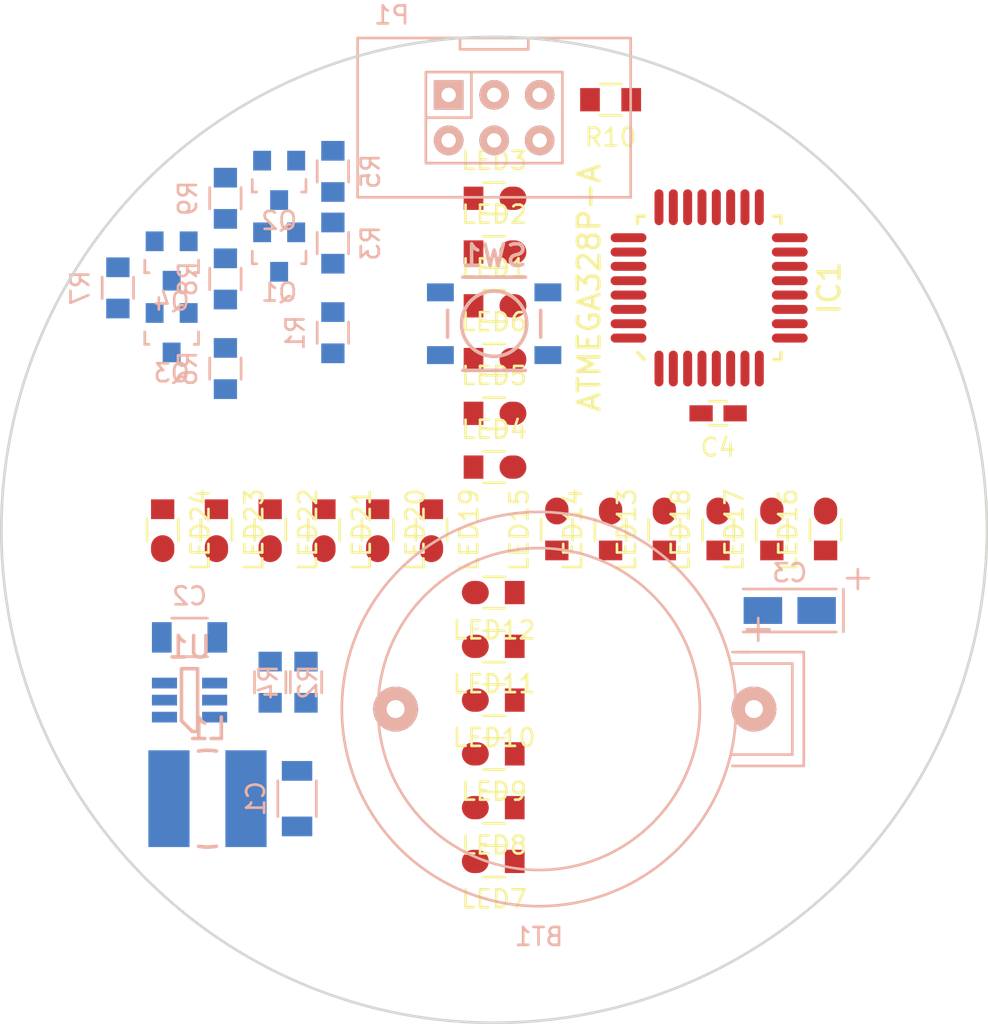
<source format=kicad_pcb>
(kicad_pcb (version 4) (host pcbnew "(2015-12-09 BZR 6362, Git 0427189)-0001-Replace-avhttp-with-libcurl-implementation.patch")

  (general
    (links 99)
    (no_connects 99)
    (area 0 0 0 0)
    (thickness 1.6)
    (drawings 1)
    (tracks 0)
    (zones 0)
    (modules 48)
    (nets 33)
  )

  (page A4)
  (layers
    (0 F.Cu signal)
    (31 B.Cu signal)
    (32 B.Adhes user)
    (33 F.Adhes user)
    (34 B.Paste user)
    (35 F.Paste user)
    (36 B.SilkS user)
    (37 F.SilkS user)
    (38 B.Mask user)
    (39 F.Mask user)
    (40 Dwgs.User user)
    (41 Cmts.User user)
    (42 Eco1.User user)
    (43 Eco2.User user)
    (44 Edge.Cuts user)
    (45 Margin user)
    (46 B.CrtYd user)
    (47 F.CrtYd user)
    (48 B.Fab user)
    (49 F.Fab user)
  )

  (setup
    (last_trace_width 0.25)
    (trace_clearance 0.2)
    (zone_clearance 0.508)
    (zone_45_only no)
    (trace_min 0.2)
    (segment_width 0.2)
    (edge_width 0.15)
    (via_size 0.6)
    (via_drill 0.4)
    (via_min_size 0.4)
    (via_min_drill 0.3)
    (uvia_size 0.3)
    (uvia_drill 0.1)
    (uvias_allowed no)
    (uvia_min_size 0.2)
    (uvia_min_drill 0.1)
    (pcb_text_width 0.3)
    (pcb_text_size 1.5 1.5)
    (mod_edge_width 0.15)
    (mod_text_size 1 1)
    (mod_text_width 0.15)
    (pad_size 1.524 1.524)
    (pad_drill 0.762)
    (pad_to_mask_clearance 0.2)
    (aux_axis_origin 0 0)
    (visible_elements FFFFFF7F)
    (pcbplotparams
      (layerselection 0x00030_ffffffff)
      (usegerberextensions false)
      (excludeedgelayer true)
      (linewidth 0.100000)
      (plotframeref false)
      (viasonmask false)
      (mode 1)
      (useauxorigin false)
      (hpglpennumber 1)
      (hpglpenspeed 20)
      (hpglpendiameter 15)
      (hpglpenoverlay 2)
      (psnegative false)
      (psa4output false)
      (plotreference true)
      (plotvalue true)
      (plotinvisibletext false)
      (padsonsilk false)
      (subtractmaskfromsilk false)
      (outputformat 1)
      (mirror false)
      (drillshape 1)
      (scaleselection 1)
      (outputdirectory ""))
  )

  (net 0 "")
  (net 1 GND)
  (net 2 +BATT)
  (net 3 +3V3)
  (net 4 /GREEN)
  (net 5 /BLUE)
  (net 6 /RED)
  (net 7 /B_EN)
  (net 8 /MOSI)
  (net 9 /MISO)
  (net 10 /SCK)
  (net 11 /LED_C1)
  (net 12 /LED_C2)
  (net 13 /LED_C3)
  (net 14 /LED_C4)
  (net 15 /LED_C5)
  (net 16 /LED_C6)
  (net 17 /RESET)
  (net 18 /LED_C7)
  (net 19 /LED_C8)
  (net 20 /SW)
  (net 21 "Net-(L1-Pad2)")
  (net 22 /PWR_GREEN)
  (net 23 /PWR_BLUE)
  (net 24 /PWR_RED)
  (net 25 "Net-(Q1-Pad1)")
  (net 26 "Net-(Q1-Pad3)")
  (net 27 "Net-(Q2-Pad1)")
  (net 28 "Net-(Q3-Pad1)")
  (net 29 "Net-(Q3-Pad3)")
  (net 30 "Net-(Q4-Pad1)")
  (net 31 "Net-(Q4-Pad3)")
  (net 32 "Net-(R2-Pad2)")

  (net_class Default "This is the default net class."
    (clearance 0.2)
    (trace_width 0.25)
    (via_dia 0.6)
    (via_drill 0.4)
    (uvia_dia 0.3)
    (uvia_drill 0.1)
    (add_net +3V3)
    (add_net +BATT)
    (add_net /BLUE)
    (add_net /B_EN)
    (add_net /GREEN)
    (add_net /LED_C1)
    (add_net /LED_C2)
    (add_net /LED_C3)
    (add_net /LED_C4)
    (add_net /LED_C5)
    (add_net /LED_C6)
    (add_net /LED_C7)
    (add_net /LED_C8)
    (add_net /MISO)
    (add_net /MOSI)
    (add_net /PWR_BLUE)
    (add_net /PWR_GREEN)
    (add_net /PWR_RED)
    (add_net /RED)
    (add_net /RESET)
    (add_net /SCK)
    (add_net /SW)
    (add_net GND)
    (add_net "Net-(L1-Pad2)")
    (add_net "Net-(Q1-Pad1)")
    (add_net "Net-(Q1-Pad3)")
    (add_net "Net-(Q2-Pad1)")
    (add_net "Net-(Q3-Pad1)")
    (add_net "Net-(Q3-Pad3)")
    (add_net "Net-(Q4-Pad1)")
    (add_net "Net-(Q4-Pad3)")
    (add_net "Net-(R2-Pad2)")
  )

  (module Attila:CR2032H_milling (layer B.Cu) (tedit 5668B3D3) (tstamp 566CA602)
    (at 158.5 67.5)
    (path /5669CA7B)
    (fp_text reference BT1 (at 0 12.7) (layer B.SilkS)
      (effects (font (size 1 1) (thickness 0.15)) (justify mirror))
    )
    (fp_text value Battery (at 0 -12.7) (layer B.Fab) hide
      (effects (font (size 1 1) (thickness 0.15)) (justify mirror))
    )
    (fp_line (start 12.24 -3.81) (end 12.24 -5.08) (layer B.SilkS) (width 0.15))
    (fp_line (start 11.605 -4.445) (end 12.875 -4.445) (layer B.SilkS) (width 0.15))
    (fp_line (start 10.795 2.54) (end 14.145 2.54) (layer B.SilkS) (width 0.15))
    (fp_line (start 14.145 2.54) (end 14.145 -2.54) (layer B.SilkS) (width 0.15))
    (fp_line (start 14.145 -2.54) (end 10.795 -2.54) (layer B.SilkS) (width 0.15))
    (fp_line (start 14.78 3.175) (end 14.78 -3.175) (layer B.SilkS) (width 0.15))
    (fp_line (start 11.78 -3.175) (end 11.145 -3.175) (layer B.SilkS) (width 0.15))
    (fp_line (start 14.78 -3.175) (end 10.795 -3.175) (layer B.SilkS) (width 0.15))
    (fp_line (start 10.795 3.175) (end 14.78 3.175) (layer B.SilkS) (width 0.15))
    (fp_circle (center 0 0) (end -1.27 8.89) (layer B.SilkS) (width 0.15))
    (fp_circle (center 0 0) (end 11 0) (layer B.SilkS) (width 0.15))
    (pad 2 thru_hole circle (at -8 0) (size 2.5 2.5) (drill 1) (layers *.Cu *.Mask B.SilkS)
      (net 1 GND))
    (pad 1 thru_hole circle (at 12 0) (size 2.5 2.5) (drill 1) (layers *.Cu *.Mask B.SilkS)
      (net 2 +BATT))
  )

  (module Attila:C_1206_milling (layer B.Cu) (tedit 557DAC06) (tstamp 566CA60E)
    (at 145 72.5 270)
    (descr "Resistor SMD 1206, hand soldering")
    (tags "resistor 1206")
    (path /56689CEA)
    (attr smd)
    (fp_text reference C1 (at 0 2.3 270) (layer B.SilkS)
      (effects (font (size 1 1) (thickness 0.15)) (justify mirror))
    )
    (fp_text value 1206_Unk4.7u25V (at 0 -2.3 270) (layer B.Fab) hide
      (effects (font (size 1 1) (thickness 0.15)) (justify mirror))
    )
    (fp_line (start -3.3 1.2) (end 3.3 1.2) (layer B.CrtYd) (width 0.05))
    (fp_line (start -3.3 -1.2) (end 3.3 -1.2) (layer B.CrtYd) (width 0.05))
    (fp_line (start -3.3 1.2) (end -3.3 -1.2) (layer B.CrtYd) (width 0.05))
    (fp_line (start 3.3 1.2) (end 3.3 -1.2) (layer B.CrtYd) (width 0.05))
    (fp_line (start 1 -1.075) (end -1 -1.075) (layer B.SilkS) (width 0.15))
    (fp_line (start -1 1.075) (end 1 1.075) (layer B.SilkS) (width 0.15))
    (pad 1 smd rect (at -1.55 0 270) (size 1.1 1.7) (layers B.Cu B.Paste B.Mask)
      (net 2 +BATT))
    (pad 2 smd rect (at 1.55 0 270) (size 1.1 1.7) (layers B.Cu B.Paste B.Mask)
      (net 1 GND))
    (model Resistors_SMD.3dshapes/R_1206_HandSoldering.wrl
      (at (xyz 0 0 0))
      (scale (xyz 1 1 1))
      (rotate (xyz 0 0 0))
    )
  )

  (module Attila:C_1206_milling (layer B.Cu) (tedit 557DAC06) (tstamp 566CA61A)
    (at 139 63.5 180)
    (descr "Resistor SMD 1206, hand soldering")
    (tags "resistor 1206")
    (path /5668A01A)
    (attr smd)
    (fp_text reference C2 (at 0 2.3 180) (layer B.SilkS)
      (effects (font (size 1 1) (thickness 0.15)) (justify mirror))
    )
    (fp_text value CL31A106KOHNNNE (at 0 -2.3 180) (layer B.Fab) hide
      (effects (font (size 1 1) (thickness 0.15)) (justify mirror))
    )
    (fp_line (start -3.3 1.2) (end 3.3 1.2) (layer B.CrtYd) (width 0.05))
    (fp_line (start -3.3 -1.2) (end 3.3 -1.2) (layer B.CrtYd) (width 0.05))
    (fp_line (start -3.3 1.2) (end -3.3 -1.2) (layer B.CrtYd) (width 0.05))
    (fp_line (start 3.3 1.2) (end 3.3 -1.2) (layer B.CrtYd) (width 0.05))
    (fp_line (start 1 -1.075) (end -1 -1.075) (layer B.SilkS) (width 0.15))
    (fp_line (start -1 1.075) (end 1 1.075) (layer B.SilkS) (width 0.15))
    (pad 1 smd rect (at -1.55 0 180) (size 1.1 1.7) (layers B.Cu B.Paste B.Mask)
      (net 3 +3V3))
    (pad 2 smd rect (at 1.55 0 180) (size 1.1 1.7) (layers B.Cu B.Paste B.Mask)
      (net 1 GND))
    (model Resistors_SMD.3dshapes/R_1206_HandSoldering.wrl
      (at (xyz 0 0 0))
      (scale (xyz 1 1 1))
      (rotate (xyz 0 0 0))
    )
  )

  (module Attila:TantalC_SizeA_EIA-3216_milling (layer B.Cu) (tedit 55852976) (tstamp 566CA625)
    (at 172.5 62 180)
    (descr "Tantal Cap. , Size A, EIA-3216, Hand Soldering,")
    (tags "Tantal Cap. , Size A, EIA-3216, Hand Soldering,")
    (path /5669DB42)
    (attr smd)
    (fp_text reference C3 (at 0 2.1 180) (layer B.SilkS)
      (effects (font (size 1 1) (thickness 0.15)) (justify mirror))
    )
    (fp_text value NOJA226M006 (at -0.09906 -3.0988 180) (layer B.Fab) hide
      (effects (font (size 1 1) (thickness 0.15)) (justify mirror))
    )
    (fp_line (start -2.60096 -1.19888) (end 2.60096 -1.19888) (layer B.SilkS) (width 0.15))
    (fp_line (start 2.60096 1.19888) (end -2.60096 1.19888) (layer B.SilkS) (width 0.15))
    (fp_line (start -3.8 2.3) (end -3.8 1.2) (layer B.SilkS) (width 0.15))
    (fp_line (start -4.4 1.8) (end -3.2 1.8) (layer B.SilkS) (width 0.15))
    (fp_line (start -2.99542 1.19888) (end -2.99542 -1.19888) (layer B.SilkS) (width 0.15))
    (pad 2 smd rect (at 1.5 0 180) (size 2.15 1.5) (layers B.Cu B.Paste B.Mask)
      (net 1 GND))
    (pad 1 smd rect (at -1.5 0 180) (size 2.15 1.5) (layers B.Cu B.Paste B.Mask)
      (net 2 +BATT))
    (model Capacitors_Tantalum_SMD.3dshapes/TantalC_SizeA_EIA-3216_HandSoldering.wrl
      (at (xyz 0 0 0))
      (scale (xyz 1 1 1))
      (rotate (xyz 0 0 180))
    )
  )

  (module Attila:C_0603_milling (layer F.Cu) (tedit 55C1E837) (tstamp 566CA631)
    (at 168.5 51 180)
    (descr "Resistor SMD 0603, hand soldering")
    (tags "resistor 0603")
    (path /5668A853)
    (attr smd)
    (fp_text reference C4 (at 0 -1.9 180) (layer F.SilkS)
      (effects (font (size 1 1) (thickness 0.15)))
    )
    (fp_text value CL10B104KB8NNNC (at 0 1.9 180) (layer F.Fab) hide
      (effects (font (size 1 1) (thickness 0.15)))
    )
    (fp_line (start -2 -0.8) (end 2 -0.8) (layer F.CrtYd) (width 0.05))
    (fp_line (start -2 0.8) (end 2 0.8) (layer F.CrtYd) (width 0.05))
    (fp_line (start -2 -0.8) (end -2 0.8) (layer F.CrtYd) (width 0.05))
    (fp_line (start 2 -0.8) (end 2 0.8) (layer F.CrtYd) (width 0.05))
    (fp_line (start 0.5 0.675) (end -0.5 0.675) (layer F.SilkS) (width 0.15))
    (fp_line (start -0.5 -0.675) (end 0.5 -0.675) (layer F.SilkS) (width 0.15))
    (pad 1 smd rect (at -0.95 0 180) (size 1.3 0.9) (layers F.Cu F.Paste F.Mask)
      (net 2 +BATT))
    (pad 2 smd rect (at 0.95 0 180) (size 1.3 0.9) (layers F.Cu F.Paste F.Mask)
      (net 1 GND))
    (model Resistors_SMD.3dshapes/R_0603_HandSoldering.wrl
      (at (xyz 0 0 0))
      (scale (xyz 1 1 1))
      (rotate (xyz 0 0 0))
    )
  )

  (module Attila:TQFP-32_7x7mm_Pitch0.8mm__milling (layer F.Cu) (tedit 55169194) (tstamp 566CA668)
    (at 168 44 90)
    (tags "TFQP 32 0.8")
    (path /56688C0F)
    (fp_text reference IC1 (at 0 6.7 90) (layer F.SilkS)
      (effects (font (size 1.2 1.2) (thickness 0.2)))
    )
    (fp_text value ATMEGA328P-A (at 0 -6.7 90) (layer F.SilkS)
      (effects (font (size 1.2 1.2) (thickness 0.2)))
    )
    (fp_line (start -4 -3.6) (end -3.6 -4) (layer F.SilkS) (width 0.2))
    (fp_line (start 3.6 -4) (end 4 -4) (layer F.SilkS) (width 0.2))
    (fp_line (start 4 -4) (end 4 -3.6) (layer F.SilkS) (width 0.2))
    (fp_line (start -3.6 4) (end -4 4) (layer F.SilkS) (width 0.2))
    (fp_line (start -4 4) (end -4 3.6) (layer F.SilkS) (width 0.2))
    (fp_line (start 3.6 4) (end 4 4) (layer F.SilkS) (width 0.2))
    (fp_line (start 4 4) (end 4 3.6) (layer F.SilkS) (width 0.2))
    (pad 1 smd oval (at -4.5 -2.8 90) (size 2 0.5) (layers F.Cu F.Paste F.Mask)
      (net 4 /GREEN))
    (pad 2 smd oval (at -4.5 -2 90) (size 2 0.5) (layers F.Cu F.Paste F.Mask))
    (pad 3 smd oval (at -4.5 -1.2 90) (size 2 0.5) (layers F.Cu F.Paste F.Mask)
      (net 1 GND))
    (pad 4 smd oval (at -4.5 -0.4 90) (size 2 0.5) (layers F.Cu F.Paste F.Mask)
      (net 2 +BATT))
    (pad 5 smd oval (at -4.5 0.4 90) (size 2 0.5) (layers F.Cu F.Paste F.Mask)
      (net 1 GND))
    (pad 6 smd oval (at -4.5 1.2 90) (size 2 0.5) (layers F.Cu F.Paste F.Mask)
      (net 2 +BATT))
    (pad 7 smd oval (at -4.5 2 90) (size 2 0.5) (layers F.Cu F.Paste F.Mask))
    (pad 8 smd oval (at -4.5 2.8 90) (size 2 0.5) (layers F.Cu F.Paste F.Mask))
    (pad 9 smd oval (at -2.8 4.5 90) (size 0.5 2) (layers F.Cu F.Paste F.Mask)
      (net 5 /BLUE))
    (pad 10 smd oval (at -2 4.5 90) (size 0.5 2) (layers F.Cu F.Paste F.Mask)
      (net 6 /RED))
    (pad 11 smd oval (at -1.2 4.5 90) (size 0.5 2) (layers F.Cu F.Paste F.Mask))
    (pad 12 smd oval (at -0.4 4.5 90) (size 0.5 2) (layers F.Cu F.Paste F.Mask)
      (net 7 /B_EN))
    (pad 13 smd oval (at 0.4 4.5 90) (size 0.5 2) (layers F.Cu F.Paste F.Mask))
    (pad 14 smd oval (at 1.2 4.5 90) (size 0.5 2) (layers F.Cu F.Paste F.Mask))
    (pad 15 smd oval (at 2 4.5 90) (size 0.5 2) (layers F.Cu F.Paste F.Mask)
      (net 8 /MOSI))
    (pad 16 smd oval (at 2.8 4.5 90) (size 0.5 2) (layers F.Cu F.Paste F.Mask)
      (net 9 /MISO))
    (pad 17 smd oval (at 4.5 2.8 90) (size 2 0.5) (layers F.Cu F.Paste F.Mask)
      (net 10 /SCK))
    (pad 18 smd oval (at 4.5 2 90) (size 2 0.5) (layers F.Cu F.Paste F.Mask)
      (net 2 +BATT))
    (pad 19 smd oval (at 4.5 1.2 90) (size 2 0.5) (layers F.Cu F.Paste F.Mask))
    (pad 20 smd oval (at 4.5 0.4 90) (size 2 0.5) (layers F.Cu F.Paste F.Mask))
    (pad 21 smd oval (at 4.5 -0.4 90) (size 2 0.5) (layers F.Cu F.Paste F.Mask)
      (net 1 GND))
    (pad 22 smd oval (at 4.5 -1.2 90) (size 2 0.5) (layers F.Cu F.Paste F.Mask))
    (pad 23 smd oval (at 4.5 -2 90) (size 2 0.5) (layers F.Cu F.Paste F.Mask)
      (net 11 /LED_C1))
    (pad 24 smd oval (at 4.5 -2.8 90) (size 2 0.5) (layers F.Cu F.Paste F.Mask)
      (net 12 /LED_C2))
    (pad 25 smd oval (at 2.8 -4.5 90) (size 0.5 2) (layers F.Cu F.Paste F.Mask)
      (net 13 /LED_C3))
    (pad 26 smd oval (at 2 -4.5 90) (size 0.5 2) (layers F.Cu F.Paste F.Mask)
      (net 14 /LED_C4))
    (pad 27 smd oval (at 1.2 -4.5 90) (size 0.5 2) (layers F.Cu F.Paste F.Mask)
      (net 15 /LED_C5))
    (pad 28 smd oval (at 0.4 -4.5 90) (size 0.5 2) (layers F.Cu F.Paste F.Mask)
      (net 16 /LED_C6))
    (pad 29 smd oval (at -0.4 -4.5 90) (size 0.5 2) (layers F.Cu F.Paste F.Mask)
      (net 17 /RESET))
    (pad 30 smd oval (at -1.2 -4.5 90) (size 0.5 2) (layers F.Cu F.Paste F.Mask)
      (net 18 /LED_C7))
    (pad 31 smd oval (at -2 -4.5 90) (size 0.5 2) (layers F.Cu F.Paste F.Mask)
      (net 19 /LED_C8))
    (pad 32 smd oval (at -2.8 -4.5 90) (size 0.5 2) (layers F.Cu F.Paste F.Mask)
      (net 20 /SW))
  )

  (module Attila:l_choke_6x5.4_H4.5_CD54 (layer B.Cu) (tedit 55695459) (tstamp 566CA670)
    (at 140 72.5 180)
    (path /56689BAD)
    (fp_text reference L1 (at 0 3.9 180) (layer B.SilkS)
      (effects (font (size 1.2 1.2) (thickness 0.2)) (justify mirror))
    )
    (fp_text value 4.7uH (at 0 -3.9 180) (layer B.Fab)
      (effects (font (size 1.2 1.2) (thickness 0.2)) (justify mirror))
    )
    (fp_arc (start 0 0) (end 0.5 2.653299) (angle 21.34385875) (layer B.SilkS) (width 0.2))
    (fp_arc (start 0 0) (end -0.5 -2.653299) (angle 21.34385875) (layer B.SilkS) (width 0.2))
    (pad 1 smd rect (at -2.15 0 180) (size 2.3 5.4) (layers B.Cu B.Paste B.Mask)
      (net 2 +BATT))
    (pad 2 smd rect (at 2.15 0 180) (size 2.3 5.4) (layers B.Cu B.Paste B.Mask)
      (net 21 "Net-(L1-Pad2)"))
  )

  (module Attila:LED_0805_milling (layer F.Cu) (tedit 55A64262) (tstamp 566CA67C)
    (at 156 45)
    (descr "Resistor SMD 0805, hand soldering")
    (tags "resistor 0805")
    (path /566934B1)
    (attr smd)
    (fp_text reference LED1 (at 0 -2.1) (layer F.SilkS)
      (effects (font (size 1 1) (thickness 0.15)))
    )
    (fp_text value Blue (at 0 2.1) (layer F.Fab) hide
      (effects (font (size 1 1) (thickness 0.15)))
    )
    (fp_line (start -2.4 -1) (end 2.4 -1) (layer F.CrtYd) (width 0.05))
    (fp_line (start -2.4 1) (end 2.4 1) (layer F.CrtYd) (width 0.05))
    (fp_line (start -2.4 -1) (end -2.4 1) (layer F.CrtYd) (width 0.05))
    (fp_line (start 2.4 -1) (end 2.4 1) (layer F.CrtYd) (width 0.05))
    (fp_line (start 0.6 0.875) (end -0.6 0.875) (layer F.SilkS) (width 0.15))
    (fp_line (start -0.6 -0.875) (end 0.6 -0.875) (layer F.SilkS) (width 0.15))
    (pad 1 smd rect (at -1.15 0) (size 1.1 1.3) (layers F.Cu F.Paste F.Mask)
      (net 22 /PWR_GREEN))
    (pad 2 smd oval (at 1.05 0) (size 1.5 1.3) (layers F.Cu F.Paste F.Mask)
      (net 11 /LED_C1))
    (model Resistors_SMD.3dshapes/R_0805_HandSoldering.wrl
      (at (xyz 0 0 0))
      (scale (xyz 1 1 1))
      (rotate (xyz 0 0 0))
    )
  )

  (module Attila:LED_0805_milling (layer F.Cu) (tedit 55A64262) (tstamp 566CA688)
    (at 156 42)
    (descr "Resistor SMD 0805, hand soldering")
    (tags "resistor 0805")
    (path /5669062D)
    (attr smd)
    (fp_text reference LED2 (at 0 -2.1) (layer F.SilkS)
      (effects (font (size 1 1) (thickness 0.15)))
    )
    (fp_text value Blue (at 0 2.1) (layer F.Fab) hide
      (effects (font (size 1 1) (thickness 0.15)))
    )
    (fp_line (start -2.4 -1) (end 2.4 -1) (layer F.CrtYd) (width 0.05))
    (fp_line (start -2.4 1) (end 2.4 1) (layer F.CrtYd) (width 0.05))
    (fp_line (start -2.4 -1) (end -2.4 1) (layer F.CrtYd) (width 0.05))
    (fp_line (start 2.4 -1) (end 2.4 1) (layer F.CrtYd) (width 0.05))
    (fp_line (start 0.6 0.875) (end -0.6 0.875) (layer F.SilkS) (width 0.15))
    (fp_line (start -0.6 -0.875) (end 0.6 -0.875) (layer F.SilkS) (width 0.15))
    (pad 1 smd rect (at -1.15 0) (size 1.1 1.3) (layers F.Cu F.Paste F.Mask)
      (net 23 /PWR_BLUE))
    (pad 2 smd oval (at 1.05 0) (size 1.5 1.3) (layers F.Cu F.Paste F.Mask)
      (net 11 /LED_C1))
    (model Resistors_SMD.3dshapes/R_0805_HandSoldering.wrl
      (at (xyz 0 0 0))
      (scale (xyz 1 1 1))
      (rotate (xyz 0 0 0))
    )
  )

  (module Attila:LED_0805_milling (layer F.Cu) (tedit 55A64262) (tstamp 566CA694)
    (at 156 39)
    (descr "Resistor SMD 0805, hand soldering")
    (tags "resistor 0805")
    (path /56692E17)
    (attr smd)
    (fp_text reference LED3 (at 0 -2.1) (layer F.SilkS)
      (effects (font (size 1 1) (thickness 0.15)))
    )
    (fp_text value Blue (at 0 2.1) (layer F.Fab) hide
      (effects (font (size 1 1) (thickness 0.15)))
    )
    (fp_line (start -2.4 -1) (end 2.4 -1) (layer F.CrtYd) (width 0.05))
    (fp_line (start -2.4 1) (end 2.4 1) (layer F.CrtYd) (width 0.05))
    (fp_line (start -2.4 -1) (end -2.4 1) (layer F.CrtYd) (width 0.05))
    (fp_line (start 2.4 -1) (end 2.4 1) (layer F.CrtYd) (width 0.05))
    (fp_line (start 0.6 0.875) (end -0.6 0.875) (layer F.SilkS) (width 0.15))
    (fp_line (start -0.6 -0.875) (end 0.6 -0.875) (layer F.SilkS) (width 0.15))
    (pad 1 smd rect (at -1.15 0) (size 1.1 1.3) (layers F.Cu F.Paste F.Mask)
      (net 24 /PWR_RED))
    (pad 2 smd oval (at 1.05 0) (size 1.5 1.3) (layers F.Cu F.Paste F.Mask)
      (net 11 /LED_C1))
    (model Resistors_SMD.3dshapes/R_0805_HandSoldering.wrl
      (at (xyz 0 0 0))
      (scale (xyz 1 1 1))
      (rotate (xyz 0 0 0))
    )
  )

  (module Attila:LED_0805_milling (layer F.Cu) (tedit 55A64262) (tstamp 566CA6A0)
    (at 156 54)
    (descr "Resistor SMD 0805, hand soldering")
    (tags "resistor 0805")
    (path /566934BA)
    (attr smd)
    (fp_text reference LED4 (at 0 -2.1) (layer F.SilkS)
      (effects (font (size 1 1) (thickness 0.15)))
    )
    (fp_text value Blue (at 0 2.1) (layer F.Fab) hide
      (effects (font (size 1 1) (thickness 0.15)))
    )
    (fp_line (start -2.4 -1) (end 2.4 -1) (layer F.CrtYd) (width 0.05))
    (fp_line (start -2.4 1) (end 2.4 1) (layer F.CrtYd) (width 0.05))
    (fp_line (start -2.4 -1) (end -2.4 1) (layer F.CrtYd) (width 0.05))
    (fp_line (start 2.4 -1) (end 2.4 1) (layer F.CrtYd) (width 0.05))
    (fp_line (start 0.6 0.875) (end -0.6 0.875) (layer F.SilkS) (width 0.15))
    (fp_line (start -0.6 -0.875) (end 0.6 -0.875) (layer F.SilkS) (width 0.15))
    (pad 1 smd rect (at -1.15 0) (size 1.1 1.3) (layers F.Cu F.Paste F.Mask)
      (net 22 /PWR_GREEN))
    (pad 2 smd oval (at 1.05 0) (size 1.5 1.3) (layers F.Cu F.Paste F.Mask)
      (net 12 /LED_C2))
    (model Resistors_SMD.3dshapes/R_0805_HandSoldering.wrl
      (at (xyz 0 0 0))
      (scale (xyz 1 1 1))
      (rotate (xyz 0 0 0))
    )
  )

  (module Attila:LED_0805_milling (layer F.Cu) (tedit 55A64262) (tstamp 566CA6AC)
    (at 156 51)
    (descr "Resistor SMD 0805, hand soldering")
    (tags "resistor 0805")
    (path /566912D6)
    (attr smd)
    (fp_text reference LED5 (at 0 -2.1) (layer F.SilkS)
      (effects (font (size 1 1) (thickness 0.15)))
    )
    (fp_text value Blue (at 0 2.1) (layer F.Fab) hide
      (effects (font (size 1 1) (thickness 0.15)))
    )
    (fp_line (start -2.4 -1) (end 2.4 -1) (layer F.CrtYd) (width 0.05))
    (fp_line (start -2.4 1) (end 2.4 1) (layer F.CrtYd) (width 0.05))
    (fp_line (start -2.4 -1) (end -2.4 1) (layer F.CrtYd) (width 0.05))
    (fp_line (start 2.4 -1) (end 2.4 1) (layer F.CrtYd) (width 0.05))
    (fp_line (start 0.6 0.875) (end -0.6 0.875) (layer F.SilkS) (width 0.15))
    (fp_line (start -0.6 -0.875) (end 0.6 -0.875) (layer F.SilkS) (width 0.15))
    (pad 1 smd rect (at -1.15 0) (size 1.1 1.3) (layers F.Cu F.Paste F.Mask)
      (net 23 /PWR_BLUE))
    (pad 2 smd oval (at 1.05 0) (size 1.5 1.3) (layers F.Cu F.Paste F.Mask)
      (net 12 /LED_C2))
    (model Resistors_SMD.3dshapes/R_0805_HandSoldering.wrl
      (at (xyz 0 0 0))
      (scale (xyz 1 1 1))
      (rotate (xyz 0 0 0))
    )
  )

  (module Attila:LED_0805_milling (layer F.Cu) (tedit 55A64262) (tstamp 566CA6B8)
    (at 156 48)
    (descr "Resistor SMD 0805, hand soldering")
    (tags "resistor 0805")
    (path /56692E20)
    (attr smd)
    (fp_text reference LED6 (at 0 -2.1) (layer F.SilkS)
      (effects (font (size 1 1) (thickness 0.15)))
    )
    (fp_text value Blue (at 0 2.1) (layer F.Fab) hide
      (effects (font (size 1 1) (thickness 0.15)))
    )
    (fp_line (start -2.4 -1) (end 2.4 -1) (layer F.CrtYd) (width 0.05))
    (fp_line (start -2.4 1) (end 2.4 1) (layer F.CrtYd) (width 0.05))
    (fp_line (start -2.4 -1) (end -2.4 1) (layer F.CrtYd) (width 0.05))
    (fp_line (start 2.4 -1) (end 2.4 1) (layer F.CrtYd) (width 0.05))
    (fp_line (start 0.6 0.875) (end -0.6 0.875) (layer F.SilkS) (width 0.15))
    (fp_line (start -0.6 -0.875) (end 0.6 -0.875) (layer F.SilkS) (width 0.15))
    (pad 1 smd rect (at -1.15 0) (size 1.1 1.3) (layers F.Cu F.Paste F.Mask)
      (net 24 /PWR_RED))
    (pad 2 smd oval (at 1.05 0) (size 1.5 1.3) (layers F.Cu F.Paste F.Mask)
      (net 12 /LED_C2))
    (model Resistors_SMD.3dshapes/R_0805_HandSoldering.wrl
      (at (xyz 0 0 0))
      (scale (xyz 1 1 1))
      (rotate (xyz 0 0 0))
    )
  )

  (module Attila:LED_0805_milling (layer F.Cu) (tedit 55A64262) (tstamp 566CA6C4)
    (at 156 76 180)
    (descr "Resistor SMD 0805, hand soldering")
    (tags "resistor 0805")
    (path /566934C2)
    (attr smd)
    (fp_text reference LED7 (at 0 -2.1 180) (layer F.SilkS)
      (effects (font (size 1 1) (thickness 0.15)))
    )
    (fp_text value Blue (at 0 2.1 180) (layer F.Fab) hide
      (effects (font (size 1 1) (thickness 0.15)))
    )
    (fp_line (start -2.4 -1) (end 2.4 -1) (layer F.CrtYd) (width 0.05))
    (fp_line (start -2.4 1) (end 2.4 1) (layer F.CrtYd) (width 0.05))
    (fp_line (start -2.4 -1) (end -2.4 1) (layer F.CrtYd) (width 0.05))
    (fp_line (start 2.4 -1) (end 2.4 1) (layer F.CrtYd) (width 0.05))
    (fp_line (start 0.6 0.875) (end -0.6 0.875) (layer F.SilkS) (width 0.15))
    (fp_line (start -0.6 -0.875) (end 0.6 -0.875) (layer F.SilkS) (width 0.15))
    (pad 1 smd rect (at -1.15 0 180) (size 1.1 1.3) (layers F.Cu F.Paste F.Mask)
      (net 22 /PWR_GREEN))
    (pad 2 smd oval (at 1.05 0 180) (size 1.5 1.3) (layers F.Cu F.Paste F.Mask)
      (net 13 /LED_C3))
    (model Resistors_SMD.3dshapes/R_0805_HandSoldering.wrl
      (at (xyz 0 0 0))
      (scale (xyz 1 1 1))
      (rotate (xyz 0 0 0))
    )
  )

  (module Attila:LED_0805_milling (layer F.Cu) (tedit 55A64262) (tstamp 566CA6D0)
    (at 156 73 180)
    (descr "Resistor SMD 0805, hand soldering")
    (tags "resistor 0805")
    (path /566914FB)
    (attr smd)
    (fp_text reference LED8 (at 0 -2.1 180) (layer F.SilkS)
      (effects (font (size 1 1) (thickness 0.15)))
    )
    (fp_text value Blue (at 0 2.1 180) (layer F.Fab) hide
      (effects (font (size 1 1) (thickness 0.15)))
    )
    (fp_line (start -2.4 -1) (end 2.4 -1) (layer F.CrtYd) (width 0.05))
    (fp_line (start -2.4 1) (end 2.4 1) (layer F.CrtYd) (width 0.05))
    (fp_line (start -2.4 -1) (end -2.4 1) (layer F.CrtYd) (width 0.05))
    (fp_line (start 2.4 -1) (end 2.4 1) (layer F.CrtYd) (width 0.05))
    (fp_line (start 0.6 0.875) (end -0.6 0.875) (layer F.SilkS) (width 0.15))
    (fp_line (start -0.6 -0.875) (end 0.6 -0.875) (layer F.SilkS) (width 0.15))
    (pad 1 smd rect (at -1.15 0 180) (size 1.1 1.3) (layers F.Cu F.Paste F.Mask)
      (net 23 /PWR_BLUE))
    (pad 2 smd oval (at 1.05 0 180) (size 1.5 1.3) (layers F.Cu F.Paste F.Mask)
      (net 13 /LED_C3))
    (model Resistors_SMD.3dshapes/R_0805_HandSoldering.wrl
      (at (xyz 0 0 0))
      (scale (xyz 1 1 1))
      (rotate (xyz 0 0 0))
    )
  )

  (module Attila:LED_0805_milling (layer F.Cu) (tedit 55A64262) (tstamp 566CA6DC)
    (at 156 70 180)
    (descr "Resistor SMD 0805, hand soldering")
    (tags "resistor 0805")
    (path /56692E28)
    (attr smd)
    (fp_text reference LED9 (at 0 -2.1 180) (layer F.SilkS)
      (effects (font (size 1 1) (thickness 0.15)))
    )
    (fp_text value Blue (at 0 2.1 180) (layer F.Fab) hide
      (effects (font (size 1 1) (thickness 0.15)))
    )
    (fp_line (start -2.4 -1) (end 2.4 -1) (layer F.CrtYd) (width 0.05))
    (fp_line (start -2.4 1) (end 2.4 1) (layer F.CrtYd) (width 0.05))
    (fp_line (start -2.4 -1) (end -2.4 1) (layer F.CrtYd) (width 0.05))
    (fp_line (start 2.4 -1) (end 2.4 1) (layer F.CrtYd) (width 0.05))
    (fp_line (start 0.6 0.875) (end -0.6 0.875) (layer F.SilkS) (width 0.15))
    (fp_line (start -0.6 -0.875) (end 0.6 -0.875) (layer F.SilkS) (width 0.15))
    (pad 1 smd rect (at -1.15 0 180) (size 1.1 1.3) (layers F.Cu F.Paste F.Mask)
      (net 24 /PWR_RED))
    (pad 2 smd oval (at 1.05 0 180) (size 1.5 1.3) (layers F.Cu F.Paste F.Mask)
      (net 13 /LED_C3))
    (model Resistors_SMD.3dshapes/R_0805_HandSoldering.wrl
      (at (xyz 0 0 0))
      (scale (xyz 1 1 1))
      (rotate (xyz 0 0 0))
    )
  )

  (module Attila:LED_0805_milling (layer F.Cu) (tedit 55A64262) (tstamp 566CA6E8)
    (at 156 67 180)
    (descr "Resistor SMD 0805, hand soldering")
    (tags "resistor 0805")
    (path /566934CA)
    (attr smd)
    (fp_text reference LED10 (at 0 -2.1 180) (layer F.SilkS)
      (effects (font (size 1 1) (thickness 0.15)))
    )
    (fp_text value Blue (at 0 2.1 180) (layer F.Fab) hide
      (effects (font (size 1 1) (thickness 0.15)))
    )
    (fp_line (start -2.4 -1) (end 2.4 -1) (layer F.CrtYd) (width 0.05))
    (fp_line (start -2.4 1) (end 2.4 1) (layer F.CrtYd) (width 0.05))
    (fp_line (start -2.4 -1) (end -2.4 1) (layer F.CrtYd) (width 0.05))
    (fp_line (start 2.4 -1) (end 2.4 1) (layer F.CrtYd) (width 0.05))
    (fp_line (start 0.6 0.875) (end -0.6 0.875) (layer F.SilkS) (width 0.15))
    (fp_line (start -0.6 -0.875) (end 0.6 -0.875) (layer F.SilkS) (width 0.15))
    (pad 1 smd rect (at -1.15 0 180) (size 1.1 1.3) (layers F.Cu F.Paste F.Mask)
      (net 22 /PWR_GREEN))
    (pad 2 smd oval (at 1.05 0 180) (size 1.5 1.3) (layers F.Cu F.Paste F.Mask)
      (net 14 /LED_C4))
    (model Resistors_SMD.3dshapes/R_0805_HandSoldering.wrl
      (at (xyz 0 0 0))
      (scale (xyz 1 1 1))
      (rotate (xyz 0 0 0))
    )
  )

  (module Attila:LED_0805_milling (layer F.Cu) (tedit 55A64262) (tstamp 566CA6F4)
    (at 156 64 180)
    (descr "Resistor SMD 0805, hand soldering")
    (tags "resistor 0805")
    (path /56691503)
    (attr smd)
    (fp_text reference LED11 (at 0 -2.1 180) (layer F.SilkS)
      (effects (font (size 1 1) (thickness 0.15)))
    )
    (fp_text value Blue (at 0 2.1 180) (layer F.Fab) hide
      (effects (font (size 1 1) (thickness 0.15)))
    )
    (fp_line (start -2.4 -1) (end 2.4 -1) (layer F.CrtYd) (width 0.05))
    (fp_line (start -2.4 1) (end 2.4 1) (layer F.CrtYd) (width 0.05))
    (fp_line (start -2.4 -1) (end -2.4 1) (layer F.CrtYd) (width 0.05))
    (fp_line (start 2.4 -1) (end 2.4 1) (layer F.CrtYd) (width 0.05))
    (fp_line (start 0.6 0.875) (end -0.6 0.875) (layer F.SilkS) (width 0.15))
    (fp_line (start -0.6 -0.875) (end 0.6 -0.875) (layer F.SilkS) (width 0.15))
    (pad 1 smd rect (at -1.15 0 180) (size 1.1 1.3) (layers F.Cu F.Paste F.Mask)
      (net 23 /PWR_BLUE))
    (pad 2 smd oval (at 1.05 0 180) (size 1.5 1.3) (layers F.Cu F.Paste F.Mask)
      (net 14 /LED_C4))
    (model Resistors_SMD.3dshapes/R_0805_HandSoldering.wrl
      (at (xyz 0 0 0))
      (scale (xyz 1 1 1))
      (rotate (xyz 0 0 0))
    )
  )

  (module Attila:LED_0805_milling (layer F.Cu) (tedit 55A64262) (tstamp 566CA700)
    (at 156 61 180)
    (descr "Resistor SMD 0805, hand soldering")
    (tags "resistor 0805")
    (path /56692E30)
    (attr smd)
    (fp_text reference LED12 (at 0 -2.1 180) (layer F.SilkS)
      (effects (font (size 1 1) (thickness 0.15)))
    )
    (fp_text value Blue (at 0 2.1 180) (layer F.Fab) hide
      (effects (font (size 1 1) (thickness 0.15)))
    )
    (fp_line (start -2.4 -1) (end 2.4 -1) (layer F.CrtYd) (width 0.05))
    (fp_line (start -2.4 1) (end 2.4 1) (layer F.CrtYd) (width 0.05))
    (fp_line (start -2.4 -1) (end -2.4 1) (layer F.CrtYd) (width 0.05))
    (fp_line (start 2.4 -1) (end 2.4 1) (layer F.CrtYd) (width 0.05))
    (fp_line (start 0.6 0.875) (end -0.6 0.875) (layer F.SilkS) (width 0.15))
    (fp_line (start -0.6 -0.875) (end 0.6 -0.875) (layer F.SilkS) (width 0.15))
    (pad 1 smd rect (at -1.15 0 180) (size 1.1 1.3) (layers F.Cu F.Paste F.Mask)
      (net 24 /PWR_RED))
    (pad 2 smd oval (at 1.05 0 180) (size 1.5 1.3) (layers F.Cu F.Paste F.Mask)
      (net 14 /LED_C4))
    (model Resistors_SMD.3dshapes/R_0805_HandSoldering.wrl
      (at (xyz 0 0 0))
      (scale (xyz 1 1 1))
      (rotate (xyz 0 0 0))
    )
  )

  (module Attila:LED_0805_milling (layer F.Cu) (tedit 55A64262) (tstamp 566CA70C)
    (at 165.5 57.5 90)
    (descr "Resistor SMD 0805, hand soldering")
    (tags "resistor 0805")
    (path /566934D2)
    (attr smd)
    (fp_text reference LED13 (at 0 -2.1 90) (layer F.SilkS)
      (effects (font (size 1 1) (thickness 0.15)))
    )
    (fp_text value Blue (at 0 2.1 90) (layer F.Fab) hide
      (effects (font (size 1 1) (thickness 0.15)))
    )
    (fp_line (start -2.4 -1) (end 2.4 -1) (layer F.CrtYd) (width 0.05))
    (fp_line (start -2.4 1) (end 2.4 1) (layer F.CrtYd) (width 0.05))
    (fp_line (start -2.4 -1) (end -2.4 1) (layer F.CrtYd) (width 0.05))
    (fp_line (start 2.4 -1) (end 2.4 1) (layer F.CrtYd) (width 0.05))
    (fp_line (start 0.6 0.875) (end -0.6 0.875) (layer F.SilkS) (width 0.15))
    (fp_line (start -0.6 -0.875) (end 0.6 -0.875) (layer F.SilkS) (width 0.15))
    (pad 1 smd rect (at -1.15 0 90) (size 1.1 1.3) (layers F.Cu F.Paste F.Mask)
      (net 22 /PWR_GREEN))
    (pad 2 smd oval (at 1.05 0 90) (size 1.5 1.3) (layers F.Cu F.Paste F.Mask)
      (net 15 /LED_C5))
    (model Resistors_SMD.3dshapes/R_0805_HandSoldering.wrl
      (at (xyz 0 0 0))
      (scale (xyz 1 1 1))
      (rotate (xyz 0 0 0))
    )
  )

  (module Attila:LED_0805_milling (layer F.Cu) (tedit 55A64262) (tstamp 566CA718)
    (at 162.5 57.5 90)
    (descr "Resistor SMD 0805, hand soldering")
    (tags "resistor 0805")
    (path /566915B7)
    (attr smd)
    (fp_text reference LED14 (at 0 -2.1 90) (layer F.SilkS)
      (effects (font (size 1 1) (thickness 0.15)))
    )
    (fp_text value Blue (at 0 2.1 90) (layer F.Fab) hide
      (effects (font (size 1 1) (thickness 0.15)))
    )
    (fp_line (start -2.4 -1) (end 2.4 -1) (layer F.CrtYd) (width 0.05))
    (fp_line (start -2.4 1) (end 2.4 1) (layer F.CrtYd) (width 0.05))
    (fp_line (start -2.4 -1) (end -2.4 1) (layer F.CrtYd) (width 0.05))
    (fp_line (start 2.4 -1) (end 2.4 1) (layer F.CrtYd) (width 0.05))
    (fp_line (start 0.6 0.875) (end -0.6 0.875) (layer F.SilkS) (width 0.15))
    (fp_line (start -0.6 -0.875) (end 0.6 -0.875) (layer F.SilkS) (width 0.15))
    (pad 1 smd rect (at -1.15 0 90) (size 1.1 1.3) (layers F.Cu F.Paste F.Mask)
      (net 23 /PWR_BLUE))
    (pad 2 smd oval (at 1.05 0 90) (size 1.5 1.3) (layers F.Cu F.Paste F.Mask)
      (net 15 /LED_C5))
    (model Resistors_SMD.3dshapes/R_0805_HandSoldering.wrl
      (at (xyz 0 0 0))
      (scale (xyz 1 1 1))
      (rotate (xyz 0 0 0))
    )
  )

  (module Attila:LED_0805_milling (layer F.Cu) (tedit 55A64262) (tstamp 566CA724)
    (at 159.5 57.5 90)
    (descr "Resistor SMD 0805, hand soldering")
    (tags "resistor 0805")
    (path /56692E38)
    (attr smd)
    (fp_text reference LED15 (at 0 -2.1 90) (layer F.SilkS)
      (effects (font (size 1 1) (thickness 0.15)))
    )
    (fp_text value Blue (at 0 2.1 90) (layer F.Fab) hide
      (effects (font (size 1 1) (thickness 0.15)))
    )
    (fp_line (start -2.4 -1) (end 2.4 -1) (layer F.CrtYd) (width 0.05))
    (fp_line (start -2.4 1) (end 2.4 1) (layer F.CrtYd) (width 0.05))
    (fp_line (start -2.4 -1) (end -2.4 1) (layer F.CrtYd) (width 0.05))
    (fp_line (start 2.4 -1) (end 2.4 1) (layer F.CrtYd) (width 0.05))
    (fp_line (start 0.6 0.875) (end -0.6 0.875) (layer F.SilkS) (width 0.15))
    (fp_line (start -0.6 -0.875) (end 0.6 -0.875) (layer F.SilkS) (width 0.15))
    (pad 1 smd rect (at -1.15 0 90) (size 1.1 1.3) (layers F.Cu F.Paste F.Mask)
      (net 24 /PWR_RED))
    (pad 2 smd oval (at 1.05 0 90) (size 1.5 1.3) (layers F.Cu F.Paste F.Mask)
      (net 15 /LED_C5))
    (model Resistors_SMD.3dshapes/R_0805_HandSoldering.wrl
      (at (xyz 0 0 0))
      (scale (xyz 1 1 1))
      (rotate (xyz 0 0 0))
    )
  )

  (module Attila:LED_0805_milling (layer F.Cu) (tedit 55A64262) (tstamp 566CA730)
    (at 174.5 57.5 90)
    (descr "Resistor SMD 0805, hand soldering")
    (tags "resistor 0805")
    (path /566934DA)
    (attr smd)
    (fp_text reference LED16 (at 0 -2.1 90) (layer F.SilkS)
      (effects (font (size 1 1) (thickness 0.15)))
    )
    (fp_text value Blue (at 0 2.1 90) (layer F.Fab) hide
      (effects (font (size 1 1) (thickness 0.15)))
    )
    (fp_line (start -2.4 -1) (end 2.4 -1) (layer F.CrtYd) (width 0.05))
    (fp_line (start -2.4 1) (end 2.4 1) (layer F.CrtYd) (width 0.05))
    (fp_line (start -2.4 -1) (end -2.4 1) (layer F.CrtYd) (width 0.05))
    (fp_line (start 2.4 -1) (end 2.4 1) (layer F.CrtYd) (width 0.05))
    (fp_line (start 0.6 0.875) (end -0.6 0.875) (layer F.SilkS) (width 0.15))
    (fp_line (start -0.6 -0.875) (end 0.6 -0.875) (layer F.SilkS) (width 0.15))
    (pad 1 smd rect (at -1.15 0 90) (size 1.1 1.3) (layers F.Cu F.Paste F.Mask)
      (net 22 /PWR_GREEN))
    (pad 2 smd oval (at 1.05 0 90) (size 1.5 1.3) (layers F.Cu F.Paste F.Mask)
      (net 16 /LED_C6))
    (model Resistors_SMD.3dshapes/R_0805_HandSoldering.wrl
      (at (xyz 0 0 0))
      (scale (xyz 1 1 1))
      (rotate (xyz 0 0 0))
    )
  )

  (module Attila:LED_0805_milling (layer F.Cu) (tedit 55A64262) (tstamp 566CA73C)
    (at 171.5 57.5 90)
    (descr "Resistor SMD 0805, hand soldering")
    (tags "resistor 0805")
    (path /566915BF)
    (attr smd)
    (fp_text reference LED17 (at 0 -2.1 90) (layer F.SilkS)
      (effects (font (size 1 1) (thickness 0.15)))
    )
    (fp_text value Blue (at 0 2.1 90) (layer F.Fab) hide
      (effects (font (size 1 1) (thickness 0.15)))
    )
    (fp_line (start -2.4 -1) (end 2.4 -1) (layer F.CrtYd) (width 0.05))
    (fp_line (start -2.4 1) (end 2.4 1) (layer F.CrtYd) (width 0.05))
    (fp_line (start -2.4 -1) (end -2.4 1) (layer F.CrtYd) (width 0.05))
    (fp_line (start 2.4 -1) (end 2.4 1) (layer F.CrtYd) (width 0.05))
    (fp_line (start 0.6 0.875) (end -0.6 0.875) (layer F.SilkS) (width 0.15))
    (fp_line (start -0.6 -0.875) (end 0.6 -0.875) (layer F.SilkS) (width 0.15))
    (pad 1 smd rect (at -1.15 0 90) (size 1.1 1.3) (layers F.Cu F.Paste F.Mask)
      (net 23 /PWR_BLUE))
    (pad 2 smd oval (at 1.05 0 90) (size 1.5 1.3) (layers F.Cu F.Paste F.Mask)
      (net 16 /LED_C6))
    (model Resistors_SMD.3dshapes/R_0805_HandSoldering.wrl
      (at (xyz 0 0 0))
      (scale (xyz 1 1 1))
      (rotate (xyz 0 0 0))
    )
  )

  (module Attila:LED_0805_milling (layer F.Cu) (tedit 55A64262) (tstamp 566CA748)
    (at 168.5 57.5 90)
    (descr "Resistor SMD 0805, hand soldering")
    (tags "resistor 0805")
    (path /56692E40)
    (attr smd)
    (fp_text reference LED18 (at 0 -2.1 90) (layer F.SilkS)
      (effects (font (size 1 1) (thickness 0.15)))
    )
    (fp_text value Blue (at 0 2.1 90) (layer F.Fab) hide
      (effects (font (size 1 1) (thickness 0.15)))
    )
    (fp_line (start -2.4 -1) (end 2.4 -1) (layer F.CrtYd) (width 0.05))
    (fp_line (start -2.4 1) (end 2.4 1) (layer F.CrtYd) (width 0.05))
    (fp_line (start -2.4 -1) (end -2.4 1) (layer F.CrtYd) (width 0.05))
    (fp_line (start 2.4 -1) (end 2.4 1) (layer F.CrtYd) (width 0.05))
    (fp_line (start 0.6 0.875) (end -0.6 0.875) (layer F.SilkS) (width 0.15))
    (fp_line (start -0.6 -0.875) (end 0.6 -0.875) (layer F.SilkS) (width 0.15))
    (pad 1 smd rect (at -1.15 0 90) (size 1.1 1.3) (layers F.Cu F.Paste F.Mask)
      (net 24 /PWR_RED))
    (pad 2 smd oval (at 1.05 0 90) (size 1.5 1.3) (layers F.Cu F.Paste F.Mask)
      (net 16 /LED_C6))
    (model Resistors_SMD.3dshapes/R_0805_HandSoldering.wrl
      (at (xyz 0 0 0))
      (scale (xyz 1 1 1))
      (rotate (xyz 0 0 0))
    )
  )

  (module Attila:LED_0805_milling (layer F.Cu) (tedit 55A64262) (tstamp 566CA754)
    (at 152.5 57.5 270)
    (descr "Resistor SMD 0805, hand soldering")
    (tags "resistor 0805")
    (path /566934E2)
    (attr smd)
    (fp_text reference LED19 (at 0 -2.1 270) (layer F.SilkS)
      (effects (font (size 1 1) (thickness 0.15)))
    )
    (fp_text value Blue (at 0 2.1 270) (layer F.Fab) hide
      (effects (font (size 1 1) (thickness 0.15)))
    )
    (fp_line (start -2.4 -1) (end 2.4 -1) (layer F.CrtYd) (width 0.05))
    (fp_line (start -2.4 1) (end 2.4 1) (layer F.CrtYd) (width 0.05))
    (fp_line (start -2.4 -1) (end -2.4 1) (layer F.CrtYd) (width 0.05))
    (fp_line (start 2.4 -1) (end 2.4 1) (layer F.CrtYd) (width 0.05))
    (fp_line (start 0.6 0.875) (end -0.6 0.875) (layer F.SilkS) (width 0.15))
    (fp_line (start -0.6 -0.875) (end 0.6 -0.875) (layer F.SilkS) (width 0.15))
    (pad 1 smd rect (at -1.15 0 270) (size 1.1 1.3) (layers F.Cu F.Paste F.Mask)
      (net 22 /PWR_GREEN))
    (pad 2 smd oval (at 1.05 0 270) (size 1.5 1.3) (layers F.Cu F.Paste F.Mask)
      (net 18 /LED_C7))
    (model Resistors_SMD.3dshapes/R_0805_HandSoldering.wrl
      (at (xyz 0 0 0))
      (scale (xyz 1 1 1))
      (rotate (xyz 0 0 0))
    )
  )

  (module Attila:LED_0805_milling (layer F.Cu) (tedit 55A64262) (tstamp 566CA760)
    (at 149.5 57.5 270)
    (descr "Resistor SMD 0805, hand soldering")
    (tags "resistor 0805")
    (path /566915C7)
    (attr smd)
    (fp_text reference LED20 (at 0 -2.1 270) (layer F.SilkS)
      (effects (font (size 1 1) (thickness 0.15)))
    )
    (fp_text value Blue (at 0 2.1 270) (layer F.Fab) hide
      (effects (font (size 1 1) (thickness 0.15)))
    )
    (fp_line (start -2.4 -1) (end 2.4 -1) (layer F.CrtYd) (width 0.05))
    (fp_line (start -2.4 1) (end 2.4 1) (layer F.CrtYd) (width 0.05))
    (fp_line (start -2.4 -1) (end -2.4 1) (layer F.CrtYd) (width 0.05))
    (fp_line (start 2.4 -1) (end 2.4 1) (layer F.CrtYd) (width 0.05))
    (fp_line (start 0.6 0.875) (end -0.6 0.875) (layer F.SilkS) (width 0.15))
    (fp_line (start -0.6 -0.875) (end 0.6 -0.875) (layer F.SilkS) (width 0.15))
    (pad 1 smd rect (at -1.15 0 270) (size 1.1 1.3) (layers F.Cu F.Paste F.Mask)
      (net 23 /PWR_BLUE))
    (pad 2 smd oval (at 1.05 0 270) (size 1.5 1.3) (layers F.Cu F.Paste F.Mask)
      (net 18 /LED_C7))
    (model Resistors_SMD.3dshapes/R_0805_HandSoldering.wrl
      (at (xyz 0 0 0))
      (scale (xyz 1 1 1))
      (rotate (xyz 0 0 0))
    )
  )

  (module Attila:LED_0805_milling (layer F.Cu) (tedit 55A64262) (tstamp 566CA76C)
    (at 146.5 57.5 270)
    (descr "Resistor SMD 0805, hand soldering")
    (tags "resistor 0805")
    (path /56692E48)
    (attr smd)
    (fp_text reference LED21 (at 0 -2.1 270) (layer F.SilkS)
      (effects (font (size 1 1) (thickness 0.15)))
    )
    (fp_text value Blue (at 0 2.1 270) (layer F.Fab) hide
      (effects (font (size 1 1) (thickness 0.15)))
    )
    (fp_line (start -2.4 -1) (end 2.4 -1) (layer F.CrtYd) (width 0.05))
    (fp_line (start -2.4 1) (end 2.4 1) (layer F.CrtYd) (width 0.05))
    (fp_line (start -2.4 -1) (end -2.4 1) (layer F.CrtYd) (width 0.05))
    (fp_line (start 2.4 -1) (end 2.4 1) (layer F.CrtYd) (width 0.05))
    (fp_line (start 0.6 0.875) (end -0.6 0.875) (layer F.SilkS) (width 0.15))
    (fp_line (start -0.6 -0.875) (end 0.6 -0.875) (layer F.SilkS) (width 0.15))
    (pad 1 smd rect (at -1.15 0 270) (size 1.1 1.3) (layers F.Cu F.Paste F.Mask)
      (net 24 /PWR_RED))
    (pad 2 smd oval (at 1.05 0 270) (size 1.5 1.3) (layers F.Cu F.Paste F.Mask)
      (net 18 /LED_C7))
    (model Resistors_SMD.3dshapes/R_0805_HandSoldering.wrl
      (at (xyz 0 0 0))
      (scale (xyz 1 1 1))
      (rotate (xyz 0 0 0))
    )
  )

  (module Attila:LED_0805_milling (layer F.Cu) (tedit 55A64262) (tstamp 566CA778)
    (at 143.5 57.5 270)
    (descr "Resistor SMD 0805, hand soldering")
    (tags "resistor 0805")
    (path /566934EA)
    (attr smd)
    (fp_text reference LED22 (at 0 -2.1 270) (layer F.SilkS)
      (effects (font (size 1 1) (thickness 0.15)))
    )
    (fp_text value Blue (at 0 2.1 270) (layer F.Fab) hide
      (effects (font (size 1 1) (thickness 0.15)))
    )
    (fp_line (start -2.4 -1) (end 2.4 -1) (layer F.CrtYd) (width 0.05))
    (fp_line (start -2.4 1) (end 2.4 1) (layer F.CrtYd) (width 0.05))
    (fp_line (start -2.4 -1) (end -2.4 1) (layer F.CrtYd) (width 0.05))
    (fp_line (start 2.4 -1) (end 2.4 1) (layer F.CrtYd) (width 0.05))
    (fp_line (start 0.6 0.875) (end -0.6 0.875) (layer F.SilkS) (width 0.15))
    (fp_line (start -0.6 -0.875) (end 0.6 -0.875) (layer F.SilkS) (width 0.15))
    (pad 1 smd rect (at -1.15 0 270) (size 1.1 1.3) (layers F.Cu F.Paste F.Mask)
      (net 22 /PWR_GREEN))
    (pad 2 smd oval (at 1.05 0 270) (size 1.5 1.3) (layers F.Cu F.Paste F.Mask)
      (net 19 /LED_C8))
    (model Resistors_SMD.3dshapes/R_0805_HandSoldering.wrl
      (at (xyz 0 0 0))
      (scale (xyz 1 1 1))
      (rotate (xyz 0 0 0))
    )
  )

  (module Attila:LED_0805_milling (layer F.Cu) (tedit 55A64262) (tstamp 566CA784)
    (at 140.5 57.5 270)
    (descr "Resistor SMD 0805, hand soldering")
    (tags "resistor 0805")
    (path /566915CF)
    (attr smd)
    (fp_text reference LED23 (at 0 -2.1 270) (layer F.SilkS)
      (effects (font (size 1 1) (thickness 0.15)))
    )
    (fp_text value Blue (at 0 2.1 270) (layer F.Fab) hide
      (effects (font (size 1 1) (thickness 0.15)))
    )
    (fp_line (start -2.4 -1) (end 2.4 -1) (layer F.CrtYd) (width 0.05))
    (fp_line (start -2.4 1) (end 2.4 1) (layer F.CrtYd) (width 0.05))
    (fp_line (start -2.4 -1) (end -2.4 1) (layer F.CrtYd) (width 0.05))
    (fp_line (start 2.4 -1) (end 2.4 1) (layer F.CrtYd) (width 0.05))
    (fp_line (start 0.6 0.875) (end -0.6 0.875) (layer F.SilkS) (width 0.15))
    (fp_line (start -0.6 -0.875) (end 0.6 -0.875) (layer F.SilkS) (width 0.15))
    (pad 1 smd rect (at -1.15 0 270) (size 1.1 1.3) (layers F.Cu F.Paste F.Mask)
      (net 23 /PWR_BLUE))
    (pad 2 smd oval (at 1.05 0 270) (size 1.5 1.3) (layers F.Cu F.Paste F.Mask)
      (net 19 /LED_C8))
    (model Resistors_SMD.3dshapes/R_0805_HandSoldering.wrl
      (at (xyz 0 0 0))
      (scale (xyz 1 1 1))
      (rotate (xyz 0 0 0))
    )
  )

  (module Attila:LED_0805_milling (layer F.Cu) (tedit 55A64262) (tstamp 566CA790)
    (at 137.5 57.5 270)
    (descr "Resistor SMD 0805, hand soldering")
    (tags "resistor 0805")
    (path /56692E50)
    (attr smd)
    (fp_text reference LED24 (at 0 -2.1 270) (layer F.SilkS)
      (effects (font (size 1 1) (thickness 0.15)))
    )
    (fp_text value Blue (at 0 2.1 270) (layer F.Fab) hide
      (effects (font (size 1 1) (thickness 0.15)))
    )
    (fp_line (start -2.4 -1) (end 2.4 -1) (layer F.CrtYd) (width 0.05))
    (fp_line (start -2.4 1) (end 2.4 1) (layer F.CrtYd) (width 0.05))
    (fp_line (start -2.4 -1) (end -2.4 1) (layer F.CrtYd) (width 0.05))
    (fp_line (start 2.4 -1) (end 2.4 1) (layer F.CrtYd) (width 0.05))
    (fp_line (start 0.6 0.875) (end -0.6 0.875) (layer F.SilkS) (width 0.15))
    (fp_line (start -0.6 -0.875) (end 0.6 -0.875) (layer F.SilkS) (width 0.15))
    (pad 1 smd rect (at -1.15 0 270) (size 1.1 1.3) (layers F.Cu F.Paste F.Mask)
      (net 24 /PWR_RED))
    (pad 2 smd oval (at 1.05 0 270) (size 1.5 1.3) (layers F.Cu F.Paste F.Mask)
      (net 19 /LED_C8))
    (model Resistors_SMD.3dshapes/R_0805_HandSoldering.wrl
      (at (xyz 0 0 0))
      (scale (xyz 1 1 1))
      (rotate (xyz 0 0 0))
    )
  )

  (module Attila:ICSP_6Pin_IDC (layer B.Cu) (tedit 566AA575) (tstamp 566CA7AC)
    (at 156 34.5 180)
    (descr "Through hole socket strip")
    (tags "socket strip")
    (path /566AA632)
    (fp_text reference P1 (at 5.715 5.715 180) (layer B.SilkS)
      (effects (font (size 1 1) (thickness 0.15)) (justify mirror))
    )
    (fp_text value CONN_02X03_PROG (at -4.445 5.715 180) (layer B.Fab) hide
      (effects (font (size 1 1) (thickness 0.15)) (justify mirror))
    )
    (fp_line (start 1.27 2.54) (end 1.27 0) (layer B.SilkS) (width 0.15))
    (fp_line (start 1.27 0) (end 3.81 0) (layer B.SilkS) (width 0.15))
    (fp_line (start -1.27 2.54) (end -3.81 2.54) (layer B.SilkS) (width 0.15))
    (fp_line (start -3.81 2.54) (end -3.81 0) (layer B.SilkS) (width 0.15))
    (fp_line (start -1.905 4.445) (end 1.905 4.445) (layer B.SilkS) (width 0.15))
    (fp_line (start -1.905 4.445) (end -1.905 3.81) (layer B.SilkS) (width 0.15))
    (fp_line (start -1.905 3.81) (end 1.905 3.81) (layer B.SilkS) (width 0.15))
    (fp_line (start 1.905 3.81) (end 1.905 4.445) (layer B.SilkS) (width 0.15))
    (fp_line (start 1.905 4.445) (end 7.62 4.445) (layer B.SilkS) (width 0.15))
    (fp_line (start -7.62 4.445) (end -1.905 4.445) (layer B.SilkS) (width 0.15))
    (fp_line (start 7.62 4.445) (end 7.62 -4.445) (layer B.SilkS) (width 0.15))
    (fp_line (start 7.62 -4.445) (end -7.62 -4.445) (layer B.SilkS) (width 0.15))
    (fp_line (start -7.62 -4.445) (end -7.62 4.445) (layer B.SilkS) (width 0.15))
    (fp_line (start 3.81 2.54) (end -1.27 2.54) (layer B.SilkS) (width 0.15))
    (fp_line (start 3.81 2.54) (end 3.81 -2.54) (layer B.SilkS) (width 0.15))
    (fp_line (start 3.81 -2.54) (end -1.27 -2.54) (layer B.SilkS) (width 0.15))
    (fp_line (start -3.81 -2.54) (end -3.81 0) (layer B.SilkS) (width 0.15))
    (fp_line (start -1.27 -2.54) (end -3.81 -2.54) (layer B.SilkS) (width 0.15))
    (pad 5 thru_hole circle (at -2.54 1.27 180) (size 1.65 1.65) (drill 0.8) (layers *.Cu *.Mask B.SilkS)
      (net 17 /RESET))
    (pad 6 thru_hole oval (at -2.54 -1.27 180) (size 1.65 1.65) (drill 0.8) (layers *.Cu *.Mask B.SilkS)
      (net 1 GND))
    (pad 3 thru_hole oval (at 0 1.27 180) (size 1.65 1.65) (drill 0.8) (layers *.Cu *.Mask B.SilkS)
      (net 10 /SCK))
    (pad 4 thru_hole oval (at 0 -1.27 180) (size 1.65 1.65) (drill 0.8) (layers *.Cu *.Mask B.SilkS)
      (net 8 /MOSI))
    (pad 1 thru_hole rect (at 2.54 1.27 180) (size 1.65 1.65) (drill 0.8) (layers *.Cu *.Mask B.SilkS)
      (net 9 /MISO))
    (pad 2 thru_hole oval (at 2.54 -1.27 180) (size 1.65 1.65) (drill 0.8) (layers *.Cu *.Mask B.SilkS)
      (net 2 +BATT))
    (model Socket_Strips.3dshapes/Socket_Strip_Straight_2x03.wrl
      (at (xyz 0.1 -0.05 0))
      (scale (xyz 1 1 1))
      (rotate (xyz 0 0 180))
    )
  )

  (module Attila:SOT-23_milling (layer B.Cu) (tedit 55A64C2A) (tstamp 566CA7BC)
    (at 144 42)
    (descr "SOT-23, Standard")
    (tags SOT-23)
    (path /56689589)
    (attr smd)
    (fp_text reference Q1 (at 0 2.25) (layer B.SilkS)
      (effects (font (size 1 1) (thickness 0.15)) (justify mirror))
    )
    (fp_text value IRLML6402 (at 0 -2.3) (layer B.Fab) hide
      (effects (font (size 1 1) (thickness 0.15)) (justify mirror))
    )
    (fp_line (start -1.65 1.6) (end 1.65 1.6) (layer B.CrtYd) (width 0.05))
    (fp_line (start 1.65 1.6) (end 1.65 -1.6) (layer B.CrtYd) (width 0.05))
    (fp_line (start 1.65 -1.6) (end -1.65 -1.6) (layer B.CrtYd) (width 0.05))
    (fp_line (start -1.65 -1.6) (end -1.65 1.6) (layer B.CrtYd) (width 0.05))
    (fp_line (start 1.29916 0.65024) (end 1.2509 0.65024) (layer B.SilkS) (width 0.15))
    (fp_line (start -1.49982 -0.0508) (end -1.49982 0.65024) (layer B.SilkS) (width 0.15))
    (fp_line (start -1.49982 0.65024) (end -1.2509 0.65024) (layer B.SilkS) (width 0.15))
    (fp_line (start 1.29916 0.65024) (end 1.49982 0.65024) (layer B.SilkS) (width 0.15))
    (fp_line (start 1.49982 0.65024) (end 1.49982 -0.0508) (layer B.SilkS) (width 0.15))
    (pad 1 smd rect (at -0.95 -1.1) (size 1 1.1) (layers B.Cu B.Paste B.Mask)
      (net 25 "Net-(Q1-Pad1)"))
    (pad 2 smd rect (at 0.95 -1.1) (size 1 1.1) (layers B.Cu B.Paste B.Mask)
      (net 3 +3V3))
    (pad 3 smd rect (at 0 1.1) (size 1 1.1) (layers B.Cu B.Paste B.Mask)
      (net 26 "Net-(Q1-Pad3)"))
    (model Housings_SOT-23_SOT-143_TSOT-6.3dshapes/SOT-23.wrl
      (at (xyz 0 0 0))
      (scale (xyz 1 1 1))
      (rotate (xyz 0 0 0))
    )
  )

  (module Attila:SOT-23_milling (layer B.Cu) (tedit 55A64C2A) (tstamp 566CA7CC)
    (at 144 38)
    (descr "SOT-23, Standard")
    (tags SOT-23)
    (path /5668BC96)
    (attr smd)
    (fp_text reference Q2 (at 0 2.25) (layer B.SilkS)
      (effects (font (size 1 1) (thickness 0.15)) (justify mirror))
    )
    (fp_text value BC817 (at 0 -2.3) (layer B.Fab) hide
      (effects (font (size 1 1) (thickness 0.15)) (justify mirror))
    )
    (fp_line (start -1.65 1.6) (end 1.65 1.6) (layer B.CrtYd) (width 0.05))
    (fp_line (start 1.65 1.6) (end 1.65 -1.6) (layer B.CrtYd) (width 0.05))
    (fp_line (start 1.65 -1.6) (end -1.65 -1.6) (layer B.CrtYd) (width 0.05))
    (fp_line (start -1.65 -1.6) (end -1.65 1.6) (layer B.CrtYd) (width 0.05))
    (fp_line (start 1.29916 0.65024) (end 1.2509 0.65024) (layer B.SilkS) (width 0.15))
    (fp_line (start -1.49982 -0.0508) (end -1.49982 0.65024) (layer B.SilkS) (width 0.15))
    (fp_line (start -1.49982 0.65024) (end -1.2509 0.65024) (layer B.SilkS) (width 0.15))
    (fp_line (start 1.29916 0.65024) (end 1.49982 0.65024) (layer B.SilkS) (width 0.15))
    (fp_line (start 1.49982 0.65024) (end 1.49982 -0.0508) (layer B.SilkS) (width 0.15))
    (pad 1 smd rect (at -0.95 -1.1) (size 1 1.1) (layers B.Cu B.Paste B.Mask)
      (net 27 "Net-(Q2-Pad1)"))
    (pad 2 smd rect (at 0.95 -1.1) (size 1 1.1) (layers B.Cu B.Paste B.Mask)
      (net 1 GND))
    (pad 3 smd rect (at 0 1.1) (size 1 1.1) (layers B.Cu B.Paste B.Mask)
      (net 25 "Net-(Q1-Pad1)"))
    (model Housings_SOT-23_SOT-143_TSOT-6.3dshapes/SOT-23.wrl
      (at (xyz 0 0 0))
      (scale (xyz 1 1 1))
      (rotate (xyz 0 0 0))
    )
  )

  (module Attila:SOT-23_milling (layer B.Cu) (tedit 55A64C2A) (tstamp 566CA7DC)
    (at 138 46.5)
    (descr "SOT-23, Standard")
    (tags SOT-23)
    (path /5668CC27)
    (attr smd)
    (fp_text reference Q3 (at 0 2.25) (layer B.SilkS)
      (effects (font (size 1 1) (thickness 0.15)) (justify mirror))
    )
    (fp_text value IRLML6402 (at 0 -2.3) (layer B.Fab) hide
      (effects (font (size 1 1) (thickness 0.15)) (justify mirror))
    )
    (fp_line (start -1.65 1.6) (end 1.65 1.6) (layer B.CrtYd) (width 0.05))
    (fp_line (start 1.65 1.6) (end 1.65 -1.6) (layer B.CrtYd) (width 0.05))
    (fp_line (start 1.65 -1.6) (end -1.65 -1.6) (layer B.CrtYd) (width 0.05))
    (fp_line (start -1.65 -1.6) (end -1.65 1.6) (layer B.CrtYd) (width 0.05))
    (fp_line (start 1.29916 0.65024) (end 1.2509 0.65024) (layer B.SilkS) (width 0.15))
    (fp_line (start -1.49982 -0.0508) (end -1.49982 0.65024) (layer B.SilkS) (width 0.15))
    (fp_line (start -1.49982 0.65024) (end -1.2509 0.65024) (layer B.SilkS) (width 0.15))
    (fp_line (start 1.29916 0.65024) (end 1.49982 0.65024) (layer B.SilkS) (width 0.15))
    (fp_line (start 1.49982 0.65024) (end 1.49982 -0.0508) (layer B.SilkS) (width 0.15))
    (pad 1 smd rect (at -0.95 -1.1) (size 1 1.1) (layers B.Cu B.Paste B.Mask)
      (net 28 "Net-(Q3-Pad1)"))
    (pad 2 smd rect (at 0.95 -1.1) (size 1 1.1) (layers B.Cu B.Paste B.Mask)
      (net 2 +BATT))
    (pad 3 smd rect (at 0 1.1) (size 1 1.1) (layers B.Cu B.Paste B.Mask)
      (net 29 "Net-(Q3-Pad3)"))
    (model Housings_SOT-23_SOT-143_TSOT-6.3dshapes/SOT-23.wrl
      (at (xyz 0 0 0))
      (scale (xyz 1 1 1))
      (rotate (xyz 0 0 0))
    )
  )

  (module Attila:SOT-23_milling (layer B.Cu) (tedit 55A64C2A) (tstamp 566CA7EC)
    (at 138 42.5)
    (descr "SOT-23, Standard")
    (tags SOT-23)
    (path /5668D417)
    (attr smd)
    (fp_text reference Q4 (at 0 2.25) (layer B.SilkS)
      (effects (font (size 1 1) (thickness 0.15)) (justify mirror))
    )
    (fp_text value IRLML6402 (at 0 -2.3) (layer B.Fab) hide
      (effects (font (size 1 1) (thickness 0.15)) (justify mirror))
    )
    (fp_line (start -1.65 1.6) (end 1.65 1.6) (layer B.CrtYd) (width 0.05))
    (fp_line (start 1.65 1.6) (end 1.65 -1.6) (layer B.CrtYd) (width 0.05))
    (fp_line (start 1.65 -1.6) (end -1.65 -1.6) (layer B.CrtYd) (width 0.05))
    (fp_line (start -1.65 -1.6) (end -1.65 1.6) (layer B.CrtYd) (width 0.05))
    (fp_line (start 1.29916 0.65024) (end 1.2509 0.65024) (layer B.SilkS) (width 0.15))
    (fp_line (start -1.49982 -0.0508) (end -1.49982 0.65024) (layer B.SilkS) (width 0.15))
    (fp_line (start -1.49982 0.65024) (end -1.2509 0.65024) (layer B.SilkS) (width 0.15))
    (fp_line (start 1.29916 0.65024) (end 1.49982 0.65024) (layer B.SilkS) (width 0.15))
    (fp_line (start 1.49982 0.65024) (end 1.49982 -0.0508) (layer B.SilkS) (width 0.15))
    (pad 1 smd rect (at -0.95 -1.1) (size 1 1.1) (layers B.Cu B.Paste B.Mask)
      (net 30 "Net-(Q4-Pad1)"))
    (pad 2 smd rect (at 0.95 -1.1) (size 1 1.1) (layers B.Cu B.Paste B.Mask)
      (net 2 +BATT))
    (pad 3 smd rect (at 0 1.1) (size 1 1.1) (layers B.Cu B.Paste B.Mask)
      (net 31 "Net-(Q4-Pad3)"))
    (model Housings_SOT-23_SOT-143_TSOT-6.3dshapes/SOT-23.wrl
      (at (xyz 0 0 0))
      (scale (xyz 1 1 1))
      (rotate (xyz 0 0 0))
    )
  )

  (module Attila:R_0805_milling (layer B.Cu) (tedit 557DAC60) (tstamp 566CA7F8)
    (at 147 46.5 270)
    (descr "Resistor SMD 0805, hand soldering")
    (tags "resistor 0805")
    (path /5668C33C)
    (attr smd)
    (fp_text reference R1 (at 0 2.1 270) (layer B.SilkS)
      (effects (font (size 1 1) (thickness 0.15)) (justify mirror))
    )
    (fp_text value 27 (at 0 -2.1 270) (layer B.Fab) hide
      (effects (font (size 1 1) (thickness 0.15)) (justify mirror))
    )
    (fp_line (start -2.4 1) (end 2.4 1) (layer B.CrtYd) (width 0.05))
    (fp_line (start -2.4 -1) (end 2.4 -1) (layer B.CrtYd) (width 0.05))
    (fp_line (start -2.4 1) (end -2.4 -1) (layer B.CrtYd) (width 0.05))
    (fp_line (start 2.4 1) (end 2.4 -1) (layer B.CrtYd) (width 0.05))
    (fp_line (start 0.6 -0.875) (end -0.6 -0.875) (layer B.SilkS) (width 0.15))
    (fp_line (start -0.6 0.875) (end 0.6 0.875) (layer B.SilkS) (width 0.15))
    (pad 1 smd rect (at -1.15 0 270) (size 1.1 1.3) (layers B.Cu B.Paste B.Mask)
      (net 26 "Net-(Q1-Pad3)"))
    (pad 2 smd rect (at 1.15 0 270) (size 1.1 1.3) (layers B.Cu B.Paste B.Mask)
      (net 23 /PWR_BLUE))
    (model Resistors_SMD.3dshapes/R_0805_HandSoldering.wrl
      (at (xyz 0 0 0))
      (scale (xyz 1 1 1))
      (rotate (xyz 0 0 0))
    )
  )

  (module Attila:R_0805_milling (layer B.Cu) (tedit 557DAC60) (tstamp 566CA804)
    (at 143.5 66 90)
    (descr "Resistor SMD 0805, hand soldering")
    (tags "resistor 0805")
    (path /56689E66)
    (attr smd)
    (fp_text reference R2 (at 0 2.1 90) (layer B.SilkS)
      (effects (font (size 1 1) (thickness 0.15)) (justify mirror))
    )
    (fp_text value 510k (at 0 -2.1 90) (layer B.Fab) hide
      (effects (font (size 1 1) (thickness 0.15)) (justify mirror))
    )
    (fp_line (start -2.4 1) (end 2.4 1) (layer B.CrtYd) (width 0.05))
    (fp_line (start -2.4 -1) (end 2.4 -1) (layer B.CrtYd) (width 0.05))
    (fp_line (start -2.4 1) (end -2.4 -1) (layer B.CrtYd) (width 0.05))
    (fp_line (start 2.4 1) (end 2.4 -1) (layer B.CrtYd) (width 0.05))
    (fp_line (start 0.6 -0.875) (end -0.6 -0.875) (layer B.SilkS) (width 0.15))
    (fp_line (start -0.6 0.875) (end 0.6 0.875) (layer B.SilkS) (width 0.15))
    (pad 1 smd rect (at -1.15 0 90) (size 1.1 1.3) (layers B.Cu B.Paste B.Mask)
      (net 3 +3V3))
    (pad 2 smd rect (at 1.15 0 90) (size 1.1 1.3) (layers B.Cu B.Paste B.Mask)
      (net 32 "Net-(R2-Pad2)"))
    (model Resistors_SMD.3dshapes/R_0805_HandSoldering.wrl
      (at (xyz 0 0 0))
      (scale (xyz 1 1 1))
      (rotate (xyz 0 0 0))
    )
  )

  (module Attila:R_0805_milling (layer B.Cu) (tedit 557DAC60) (tstamp 566CA810)
    (at 147 41.5 90)
    (descr "Resistor SMD 0805, hand soldering")
    (tags "resistor 0805")
    (path /5668BB03)
    (attr smd)
    (fp_text reference R3 (at 0 2.1 90) (layer B.SilkS)
      (effects (font (size 1 1) (thickness 0.15)) (justify mirror))
    )
    (fp_text value 100k (at 0 -2.1 90) (layer B.Fab) hide
      (effects (font (size 1 1) (thickness 0.15)) (justify mirror))
    )
    (fp_line (start -2.4 1) (end 2.4 1) (layer B.CrtYd) (width 0.05))
    (fp_line (start -2.4 -1) (end 2.4 -1) (layer B.CrtYd) (width 0.05))
    (fp_line (start -2.4 1) (end -2.4 -1) (layer B.CrtYd) (width 0.05))
    (fp_line (start 2.4 1) (end 2.4 -1) (layer B.CrtYd) (width 0.05))
    (fp_line (start 0.6 -0.875) (end -0.6 -0.875) (layer B.SilkS) (width 0.15))
    (fp_line (start -0.6 0.875) (end 0.6 0.875) (layer B.SilkS) (width 0.15))
    (pad 1 smd rect (at -1.15 0 90) (size 1.1 1.3) (layers B.Cu B.Paste B.Mask)
      (net 3 +3V3))
    (pad 2 smd rect (at 1.15 0 90) (size 1.1 1.3) (layers B.Cu B.Paste B.Mask)
      (net 25 "Net-(Q1-Pad1)"))
    (model Resistors_SMD.3dshapes/R_0805_HandSoldering.wrl
      (at (xyz 0 0 0))
      (scale (xyz 1 1 1))
      (rotate (xyz 0 0 0))
    )
  )

  (module Attila:R_0805_milling (layer B.Cu) (tedit 557DAC60) (tstamp 566CA81C)
    (at 145.5 66 270)
    (descr "Resistor SMD 0805, hand soldering")
    (tags "resistor 0805")
    (path /56689EEC)
    (attr smd)
    (fp_text reference R4 (at 0 2.1 270) (layer B.SilkS)
      (effects (font (size 1 1) (thickness 0.15)) (justify mirror))
    )
    (fp_text value 300k (at 0 -2.1 270) (layer B.Fab) hide
      (effects (font (size 1 1) (thickness 0.15)) (justify mirror))
    )
    (fp_line (start -2.4 1) (end 2.4 1) (layer B.CrtYd) (width 0.05))
    (fp_line (start -2.4 -1) (end 2.4 -1) (layer B.CrtYd) (width 0.05))
    (fp_line (start -2.4 1) (end -2.4 -1) (layer B.CrtYd) (width 0.05))
    (fp_line (start 2.4 1) (end 2.4 -1) (layer B.CrtYd) (width 0.05))
    (fp_line (start 0.6 -0.875) (end -0.6 -0.875) (layer B.SilkS) (width 0.15))
    (fp_line (start -0.6 0.875) (end 0.6 0.875) (layer B.SilkS) (width 0.15))
    (pad 1 smd rect (at -1.15 0 270) (size 1.1 1.3) (layers B.Cu B.Paste B.Mask)
      (net 32 "Net-(R2-Pad2)"))
    (pad 2 smd rect (at 1.15 0 270) (size 1.1 1.3) (layers B.Cu B.Paste B.Mask)
      (net 1 GND))
    (model Resistors_SMD.3dshapes/R_0805_HandSoldering.wrl
      (at (xyz 0 0 0))
      (scale (xyz 1 1 1))
      (rotate (xyz 0 0 0))
    )
  )

  (module Attila:R_0805_milling (layer B.Cu) (tedit 557DAC60) (tstamp 566CA828)
    (at 147 37.5 90)
    (descr "Resistor SMD 0805, hand soldering")
    (tags "resistor 0805")
    (path /5668BE32)
    (attr smd)
    (fp_text reference R5 (at 0 2.1 90) (layer B.SilkS)
      (effects (font (size 1 1) (thickness 0.15)) (justify mirror))
    )
    (fp_text value 100k (at 0 -2.1 90) (layer B.Fab) hide
      (effects (font (size 1 1) (thickness 0.15)) (justify mirror))
    )
    (fp_line (start -2.4 1) (end 2.4 1) (layer B.CrtYd) (width 0.05))
    (fp_line (start -2.4 -1) (end 2.4 -1) (layer B.CrtYd) (width 0.05))
    (fp_line (start -2.4 1) (end -2.4 -1) (layer B.CrtYd) (width 0.05))
    (fp_line (start 2.4 1) (end 2.4 -1) (layer B.CrtYd) (width 0.05))
    (fp_line (start 0.6 -0.875) (end -0.6 -0.875) (layer B.SilkS) (width 0.15))
    (fp_line (start -0.6 0.875) (end 0.6 0.875) (layer B.SilkS) (width 0.15))
    (pad 1 smd rect (at -1.15 0 90) (size 1.1 1.3) (layers B.Cu B.Paste B.Mask)
      (net 5 /BLUE))
    (pad 2 smd rect (at 1.15 0 90) (size 1.1 1.3) (layers B.Cu B.Paste B.Mask)
      (net 27 "Net-(Q2-Pad1)"))
    (model Resistors_SMD.3dshapes/R_0805_HandSoldering.wrl
      (at (xyz 0 0 0))
      (scale (xyz 1 1 1))
      (rotate (xyz 0 0 0))
    )
  )

  (module Attila:R_0805_milling (layer B.Cu) (tedit 557DAC60) (tstamp 566CA834)
    (at 141 48.5 270)
    (descr "Resistor SMD 0805, hand soldering")
    (tags "resistor 0805")
    (path /5668C65D)
    (attr smd)
    (fp_text reference R6 (at 0 2.1 270) (layer B.SilkS)
      (effects (font (size 1 1) (thickness 0.15)) (justify mirror))
    )
    (fp_text value 39 (at 0 -2.1 270) (layer B.Fab) hide
      (effects (font (size 1 1) (thickness 0.15)) (justify mirror))
    )
    (fp_line (start -2.4 1) (end 2.4 1) (layer B.CrtYd) (width 0.05))
    (fp_line (start -2.4 -1) (end 2.4 -1) (layer B.CrtYd) (width 0.05))
    (fp_line (start -2.4 1) (end -2.4 -1) (layer B.CrtYd) (width 0.05))
    (fp_line (start 2.4 1) (end 2.4 -1) (layer B.CrtYd) (width 0.05))
    (fp_line (start 0.6 -0.875) (end -0.6 -0.875) (layer B.SilkS) (width 0.15))
    (fp_line (start -0.6 0.875) (end 0.6 0.875) (layer B.SilkS) (width 0.15))
    (pad 1 smd rect (at -1.15 0 270) (size 1.1 1.3) (layers B.Cu B.Paste B.Mask)
      (net 29 "Net-(Q3-Pad3)"))
    (pad 2 smd rect (at 1.15 0 270) (size 1.1 1.3) (layers B.Cu B.Paste B.Mask)
      (net 24 /PWR_RED))
    (model Resistors_SMD.3dshapes/R_0805_HandSoldering.wrl
      (at (xyz 0 0 0))
      (scale (xyz 1 1 1))
      (rotate (xyz 0 0 0))
    )
  )

  (module Attila:R_0805_milling (layer B.Cu) (tedit 557DAC60) (tstamp 566CA840)
    (at 135 44 270)
    (descr "Resistor SMD 0805, hand soldering")
    (tags "resistor 0805")
    (path /5668D187)
    (attr smd)
    (fp_text reference R7 (at 0 2.1 270) (layer B.SilkS)
      (effects (font (size 1 1) (thickness 0.15)) (justify mirror))
    )
    (fp_text value 100k (at 0 -2.1 270) (layer B.Fab) hide
      (effects (font (size 1 1) (thickness 0.15)) (justify mirror))
    )
    (fp_line (start -2.4 1) (end 2.4 1) (layer B.CrtYd) (width 0.05))
    (fp_line (start -2.4 -1) (end 2.4 -1) (layer B.CrtYd) (width 0.05))
    (fp_line (start -2.4 1) (end -2.4 -1) (layer B.CrtYd) (width 0.05))
    (fp_line (start 2.4 1) (end 2.4 -1) (layer B.CrtYd) (width 0.05))
    (fp_line (start 0.6 -0.875) (end -0.6 -0.875) (layer B.SilkS) (width 0.15))
    (fp_line (start -0.6 0.875) (end 0.6 0.875) (layer B.SilkS) (width 0.15))
    (pad 1 smd rect (at -1.15 0 270) (size 1.1 1.3) (layers B.Cu B.Paste B.Mask)
      (net 6 /RED))
    (pad 2 smd rect (at 1.15 0 270) (size 1.1 1.3) (layers B.Cu B.Paste B.Mask)
      (net 28 "Net-(Q3-Pad1)"))
    (model Resistors_SMD.3dshapes/R_0805_HandSoldering.wrl
      (at (xyz 0 0 0))
      (scale (xyz 1 1 1))
      (rotate (xyz 0 0 0))
    )
  )

  (module Attila:R_0805_milling (layer B.Cu) (tedit 557DAC60) (tstamp 566CA84C)
    (at 141 43.5 270)
    (descr "Resistor SMD 0805, hand soldering")
    (tags "resistor 0805")
    (path /5668D411)
    (attr smd)
    (fp_text reference R8 (at 0 2.1 270) (layer B.SilkS)
      (effects (font (size 1 1) (thickness 0.15)) (justify mirror))
    )
    (fp_text value 39 (at 0 -2.1 270) (layer B.Fab) hide
      (effects (font (size 1 1) (thickness 0.15)) (justify mirror))
    )
    (fp_line (start -2.4 1) (end 2.4 1) (layer B.CrtYd) (width 0.05))
    (fp_line (start -2.4 -1) (end 2.4 -1) (layer B.CrtYd) (width 0.05))
    (fp_line (start -2.4 1) (end -2.4 -1) (layer B.CrtYd) (width 0.05))
    (fp_line (start 2.4 1) (end 2.4 -1) (layer B.CrtYd) (width 0.05))
    (fp_line (start 0.6 -0.875) (end -0.6 -0.875) (layer B.SilkS) (width 0.15))
    (fp_line (start -0.6 0.875) (end 0.6 0.875) (layer B.SilkS) (width 0.15))
    (pad 1 smd rect (at -1.15 0 270) (size 1.1 1.3) (layers B.Cu B.Paste B.Mask)
      (net 31 "Net-(Q4-Pad3)"))
    (pad 2 smd rect (at 1.15 0 270) (size 1.1 1.3) (layers B.Cu B.Paste B.Mask)
      (net 22 /PWR_GREEN))
    (model Resistors_SMD.3dshapes/R_0805_HandSoldering.wrl
      (at (xyz 0 0 0))
      (scale (xyz 1 1 1))
      (rotate (xyz 0 0 0))
    )
  )

  (module Attila:R_0805_milling (layer B.Cu) (tedit 557DAC60) (tstamp 566CA858)
    (at 141 39 270)
    (descr "Resistor SMD 0805, hand soldering")
    (tags "resistor 0805")
    (path /5668D41F)
    (attr smd)
    (fp_text reference R9 (at 0 2.1 270) (layer B.SilkS)
      (effects (font (size 1 1) (thickness 0.15)) (justify mirror))
    )
    (fp_text value 100k (at 0 -2.1 270) (layer B.Fab) hide
      (effects (font (size 1 1) (thickness 0.15)) (justify mirror))
    )
    (fp_line (start -2.4 1) (end 2.4 1) (layer B.CrtYd) (width 0.05))
    (fp_line (start -2.4 -1) (end 2.4 -1) (layer B.CrtYd) (width 0.05))
    (fp_line (start -2.4 1) (end -2.4 -1) (layer B.CrtYd) (width 0.05))
    (fp_line (start 2.4 1) (end 2.4 -1) (layer B.CrtYd) (width 0.05))
    (fp_line (start 0.6 -0.875) (end -0.6 -0.875) (layer B.SilkS) (width 0.15))
    (fp_line (start -0.6 0.875) (end 0.6 0.875) (layer B.SilkS) (width 0.15))
    (pad 1 smd rect (at -1.15 0 270) (size 1.1 1.3) (layers B.Cu B.Paste B.Mask)
      (net 4 /GREEN))
    (pad 2 smd rect (at 1.15 0 270) (size 1.1 1.3) (layers B.Cu B.Paste B.Mask)
      (net 30 "Net-(Q4-Pad1)"))
    (model Resistors_SMD.3dshapes/R_0805_HandSoldering.wrl
      (at (xyz 0 0 0))
      (scale (xyz 1 1 1))
      (rotate (xyz 0 0 0))
    )
  )

  (module Attila:R_0805_milling (layer F.Cu) (tedit 557DAC60) (tstamp 566CA864)
    (at 162.5 33.5 180)
    (descr "Resistor SMD 0805, hand soldering")
    (tags "resistor 0805")
    (path /566AD021)
    (attr smd)
    (fp_text reference R10 (at 0 -2.1 180) (layer F.SilkS)
      (effects (font (size 1 1) (thickness 0.15)))
    )
    (fp_text value 10k (at 0 2.1 180) (layer F.Fab) hide
      (effects (font (size 1 1) (thickness 0.15)))
    )
    (fp_line (start -2.4 -1) (end 2.4 -1) (layer F.CrtYd) (width 0.05))
    (fp_line (start -2.4 1) (end 2.4 1) (layer F.CrtYd) (width 0.05))
    (fp_line (start -2.4 -1) (end -2.4 1) (layer F.CrtYd) (width 0.05))
    (fp_line (start 2.4 -1) (end 2.4 1) (layer F.CrtYd) (width 0.05))
    (fp_line (start 0.6 0.875) (end -0.6 0.875) (layer F.SilkS) (width 0.15))
    (fp_line (start -0.6 -0.875) (end 0.6 -0.875) (layer F.SilkS) (width 0.15))
    (pad 1 smd rect (at -1.15 0 180) (size 1.1 1.3) (layers F.Cu F.Paste F.Mask)
      (net 2 +BATT))
    (pad 2 smd rect (at 1.15 0 180) (size 1.1 1.3) (layers F.Cu F.Paste F.Mask)
      (net 17 /RESET))
    (model Resistors_SMD.3dshapes/R_0805_HandSoldering.wrl
      (at (xyz 0 0 0))
      (scale (xyz 1 1 1))
      (rotate (xyz 0 0 0))
    )
  )

  (module Attila:pbutton_5.2x5.2_H2 (layer B.Cu) (tedit 557DB13C) (tstamp 566CA871)
    (at 156 46 180)
    (path /56698529)
    (fp_text reference SW1 (at 0 3.8 180) (layer B.SilkS)
      (effects (font (size 1.2 1.2) (thickness 0.2)) (justify mirror))
    )
    (fp_text value SMD_5.2x5.2 (at 0 -3.8 180) (layer B.SilkS) hide
      (effects (font (size 1.2 1.2) (thickness 0.2)) (justify mirror))
    )
    (fp_circle (center 0 0) (end 0 -1.82) (layer B.SilkS) (width 0.2))
    (fp_line (start -1.75 2.6) (end 1.75 2.6) (layer B.SilkS) (width 0.2))
    (fp_line (start -1.75 -2.6) (end 1.75 -2.6) (layer B.SilkS) (width 0.2))
    (fp_line (start -2.6 0.75) (end -2.6 -0.75) (layer B.SilkS) (width 0.2))
    (fp_line (start 2.6 0.75) (end 2.6 -0.75) (layer B.SilkS) (width 0.2))
    (pad 1 smd rect (at -3 1.75 180) (size 1.5 1) (layers B.Cu B.Paste B.Mask)
      (net 20 /SW))
    (pad 2 smd rect (at -3 -1.75 180) (size 1.5 1) (layers B.Cu B.Paste B.Mask)
      (net 1 GND))
    (pad 1 smd rect (at 3 1.75 180) (size 1.5 1) (layers B.Cu B.Paste B.Mask)
      (net 20 /SW))
    (pad 2 smd rect (at 3 -1.75 180) (size 1.5 1) (layers B.Cu B.Paste B.Mask)
      (net 1 GND))
  )

  (module Attila:SOT23-6L_milling (layer B.Cu) (tedit 55B8D4B2) (tstamp 566CA880)
    (at 139 67)
    (path /56689AE2)
    (fp_text reference U1 (at 0 -2.95) (layer B.SilkS)
      (effects (font (size 1.2 1.2) (thickness 0.2)) (justify mirror))
    )
    (fp_text value MCP1624 (at 0 2.95) (layer B.Fab) hide
      (effects (font (size 1.2 1.2) (thickness 0.2)) (justify mirror))
    )
    (fp_line (start 0.15 1.75) (end -0.45 1.15) (layer B.SilkS) (width 0.2))
    (fp_line (start -0.45 1.15) (end -0.45 -1.75) (layer B.SilkS) (width 0.2))
    (fp_line (start -0.45 -1.75) (end 0.45 -1.75) (layer B.SilkS) (width 0.2))
    (fp_line (start 0.45 -1.75) (end 0.45 1.75) (layer B.SilkS) (width 0.2))
    (fp_line (start 0.45 1.75) (end 0.15 1.75) (layer B.SilkS) (width 0.2))
    (pad 1 smd rect (at -1.4 0.95) (size 1.4 0.6) (layers B.Cu B.Paste B.Mask)
      (net 21 "Net-(L1-Pad2)"))
    (pad 2 smd rect (at -1.4 0) (size 1.4 0.6) (layers B.Cu B.Paste B.Mask)
      (net 1 GND))
    (pad 3 smd rect (at -1.4 -0.95) (size 1.4 0.6) (layers B.Cu B.Paste B.Mask)
      (net 7 /B_EN))
    (pad 6 smd rect (at 1.4 0.95) (size 1.4 0.6) (layers B.Cu B.Paste B.Mask)
      (net 2 +BATT))
    (pad 5 smd rect (at 1.4 0) (size 1.4 0.6) (layers B.Cu B.Paste B.Mask)
      (net 3 +3V3))
    (pad 4 smd rect (at 1.4 -0.95) (size 1.4 0.6) (layers B.Cu B.Paste B.Mask)
      (net 32 "Net-(R2-Pad2)"))
  )

  (gr_circle (center 156 57.5) (end 183.5 58) (layer Edge.Cuts) (width 0.15))

)

</source>
